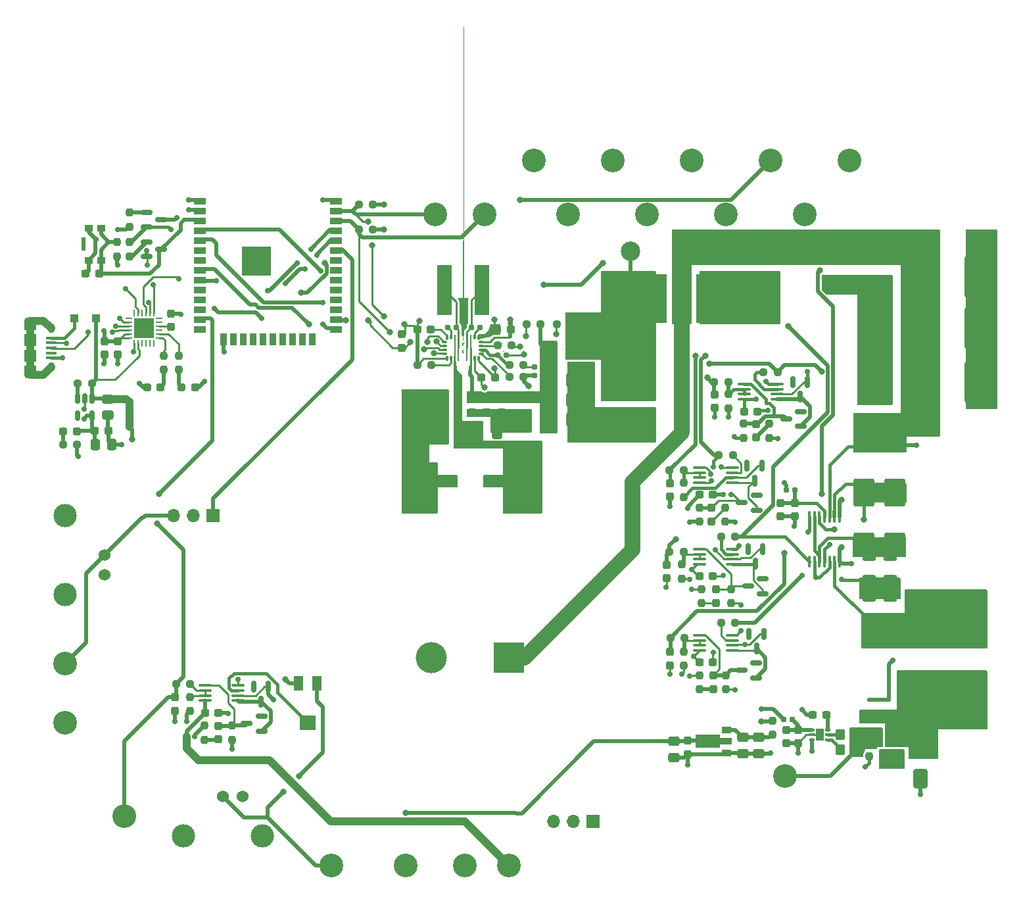
<source format=gbr>
%TF.GenerationSoftware,KiCad,Pcbnew,7.0.8*%
%TF.CreationDate,2024-01-29T15:42:29-05:00*%
%TF.ProjectId,cc_laser_supply_rev-B,63635f6c-6173-4657-925f-737570706c79,rev?*%
%TF.SameCoordinates,Original*%
%TF.FileFunction,Copper,L1,Top*%
%TF.FilePolarity,Positive*%
%FSLAX46Y46*%
G04 Gerber Fmt 4.6, Leading zero omitted, Abs format (unit mm)*
G04 Created by KiCad (PCBNEW 7.0.8) date 2024-01-29 15:42:29*
%MOMM*%
%LPD*%
G01*
G04 APERTURE LIST*
G04 Aperture macros list*
%AMRoundRect*
0 Rectangle with rounded corners*
0 $1 Rounding radius*
0 $2 $3 $4 $5 $6 $7 $8 $9 X,Y pos of 4 corners*
0 Add a 4 corners polygon primitive as box body*
4,1,4,$2,$3,$4,$5,$6,$7,$8,$9,$2,$3,0*
0 Add four circle primitives for the rounded corners*
1,1,$1+$1,$2,$3*
1,1,$1+$1,$4,$5*
1,1,$1+$1,$6,$7*
1,1,$1+$1,$8,$9*
0 Add four rect primitives between the rounded corners*
20,1,$1+$1,$2,$3,$4,$5,0*
20,1,$1+$1,$4,$5,$6,$7,0*
20,1,$1+$1,$6,$7,$8,$9,0*
20,1,$1+$1,$8,$9,$2,$3,0*%
%AMFreePoly0*
4,1,225,0.080760,1.704684,0.081581,1.704743,0.083812,1.704000,0.085000,1.704000,0.085760,1.703684,0.086581,1.703743,0.088812,1.703000,0.090000,1.703000,0.090760,1.702684,0.091581,1.702743,0.094581,1.701744,0.094863,1.701498,0.095236,1.701472,0.096919,1.700630,0.099581,1.699744,0.100459,1.698982,0.101536,1.698536,0.102962,1.697108,0.104236,1.696472,0.104774,1.695851,
0.105536,1.695536,0.106962,1.694108,0.108236,1.693472,0.108774,1.692851,0.109536,1.692536,0.117535,1.684536,0.117850,1.683775,0.118472,1.683236,0.119108,1.681963,0.120535,1.680536,0.120850,1.679775,0.121472,1.679236,0.122108,1.677963,0.123535,1.676536,0.123980,1.675460,0.124743,1.674581,0.125630,1.671920,0.126472,1.670236,0.126498,1.669862,0.126743,1.669581,
0.127743,1.666581,0.127684,1.665760,0.128000,1.665000,0.128000,1.663810,0.128743,1.661581,0.128684,1.660760,0.129000,1.660000,0.129000,1.658810,0.129743,1.656581,0.129684,1.655760,0.130000,1.655000,0.130000,1.180000,0.165000,1.180000,0.168536,1.178536,0.170000,1.175000,0.170000,-1.175000,0.168536,-1.178536,0.165000,-1.180000,0.130000,-1.180000,0.130000,-1.655000,
0.129684,-1.655760,0.129743,-1.656581,0.129000,-1.658810,0.129000,-1.660000,0.128684,-1.660760,0.128743,-1.661581,0.128000,-1.663810,0.128000,-1.665000,0.127684,-1.665760,0.127743,-1.666581,0.126743,-1.669581,0.126498,-1.669862,0.126472,-1.670236,0.125630,-1.671920,0.124743,-1.674581,0.123980,-1.675460,0.123535,-1.676536,0.122108,-1.677963,0.121472,-1.679236,0.120850,-1.679775,
0.120535,-1.680536,0.119108,-1.681963,0.118472,-1.683236,0.117850,-1.683775,0.117535,-1.684536,0.109536,-1.692536,0.108774,-1.692851,0.108236,-1.693472,0.106962,-1.694108,0.105536,-1.695536,0.104774,-1.695851,0.104236,-1.696472,0.102962,-1.697108,0.101536,-1.698536,0.100459,-1.698982,0.099581,-1.699744,0.096919,-1.700630,0.095236,-1.701472,0.094863,-1.701498,0.094581,-1.701744,
0.091581,-1.702743,0.090760,-1.702684,0.090000,-1.703000,0.088812,-1.703000,0.086581,-1.703743,0.085760,-1.703684,0.085000,-1.704000,0.083812,-1.704000,0.081581,-1.704743,0.080760,-1.704684,0.080000,-1.705000,-0.080000,-1.705000,-0.080760,-1.704684,-0.081581,-1.704743,-0.083810,-1.704000,-0.085000,-1.704000,-0.085760,-1.703684,-0.086581,-1.703743,-0.088810,-1.703000,-0.090000,-1.703000,
-0.090760,-1.702684,-0.091581,-1.702743,-0.094581,-1.701743,-0.094862,-1.701498,-0.095236,-1.701472,-0.096920,-1.700630,-0.099581,-1.699743,-0.100460,-1.698980,-0.101536,-1.698535,-0.102963,-1.697108,-0.104236,-1.696472,-0.104775,-1.695850,-0.105536,-1.695535,-0.106963,-1.694108,-0.108236,-1.693472,-0.108775,-1.692850,-0.109536,-1.692535,-0.117536,-1.684536,-0.117851,-1.683774,-0.118472,-1.683236,
-0.119108,-1.681962,-0.120536,-1.680536,-0.120851,-1.679774,-0.121472,-1.679236,-0.122108,-1.677962,-0.123536,-1.676536,-0.123982,-1.675459,-0.124744,-1.674581,-0.125630,-1.671919,-0.126472,-1.670236,-0.126498,-1.669863,-0.126744,-1.669581,-0.127743,-1.666581,-0.127684,-1.665760,-0.128000,-1.665000,-0.128000,-1.663812,-0.128743,-1.661581,-0.128684,-1.660760,-0.129000,-1.660000,-0.129000,-1.658812,
-0.129743,-1.656581,-0.129684,-1.655760,-0.130000,-1.655000,-0.130000,-1.180000,-0.165000,-1.180000,-0.168536,-1.178536,-0.170000,-1.175000,-0.170000,1.175000,-0.168536,1.178536,-0.165000,1.180000,-0.130000,1.180000,-0.130000,1.655000,-0.129684,1.655760,-0.129743,1.656581,-0.129000,1.658812,-0.129000,1.660000,-0.128684,1.660760,-0.128743,1.661581,-0.128000,1.663812,-0.128000,1.665000,
-0.127684,1.665760,-0.127743,1.666581,-0.126744,1.669581,-0.126498,1.669863,-0.126472,1.670236,-0.125630,1.671919,-0.124744,1.674581,-0.123982,1.675459,-0.123536,1.676536,-0.122108,1.677962,-0.121472,1.679236,-0.120851,1.679774,-0.120536,1.680536,-0.119108,1.681962,-0.118472,1.683236,-0.117851,1.683774,-0.117536,1.684536,-0.109536,1.692535,-0.108775,1.692850,-0.108236,1.693472,
-0.106963,1.694108,-0.105536,1.695535,-0.104775,1.695850,-0.104236,1.696472,-0.102963,1.697108,-0.101536,1.698535,-0.100460,1.698980,-0.099581,1.699743,-0.096920,1.700630,-0.095236,1.701472,-0.094862,1.701498,-0.094581,1.701743,-0.091581,1.702743,-0.090760,1.702684,-0.090000,1.703000,-0.088810,1.703000,-0.086581,1.703743,-0.085760,1.703684,-0.085000,1.704000,-0.083810,1.704000,
-0.081581,1.704743,-0.080760,1.704684,-0.080000,1.705000,0.080000,1.705000,0.080760,1.704684,0.080760,1.704684,$1*%
%AMFreePoly1*
4,1,9,3.862500,-0.866500,0.737500,-0.866500,0.737500,-0.450000,-0.737500,-0.450000,-0.737500,0.450000,0.737500,0.450000,0.737500,0.866500,3.862500,0.866500,3.862500,-0.866500,3.862500,-0.866500,$1*%
G04 Aperture macros list end*
%TA.AperFunction,SMDPad,CuDef*%
%ADD10R,2.540000X6.350000*%
%TD*%
%TA.AperFunction,SMDPad,CuDef*%
%ADD11RoundRect,0.062500X-0.350000X-0.062500X0.350000X-0.062500X0.350000X0.062500X-0.350000X0.062500X0*%
%TD*%
%TA.AperFunction,SMDPad,CuDef*%
%ADD12RoundRect,0.062500X-0.062500X-0.350000X0.062500X-0.350000X0.062500X0.350000X-0.062500X0.350000X0*%
%TD*%
%TA.AperFunction,SMDPad,CuDef*%
%ADD13R,2.600000X2.600000*%
%TD*%
%TA.AperFunction,SMDPad,CuDef*%
%ADD14RoundRect,0.100000X0.712500X0.100000X-0.712500X0.100000X-0.712500X-0.100000X0.712500X-0.100000X0*%
%TD*%
%TA.AperFunction,SMDPad,CuDef*%
%ADD15R,0.310000X0.850000*%
%TD*%
%TA.AperFunction,SMDPad,CuDef*%
%ADD16R,2.950000X0.654000*%
%TD*%
%TA.AperFunction,SMDPad,CuDef*%
%ADD17R,2.200000X0.850000*%
%TD*%
%TA.AperFunction,SMDPad,CuDef*%
%ADD18RoundRect,0.012500X-0.287500X-0.112500X0.287500X-0.112500X0.287500X0.112500X-0.287500X0.112500X0*%
%TD*%
%TA.AperFunction,SMDPad,CuDef*%
%ADD19RoundRect,0.032500X-0.092500X-0.292500X0.092500X-0.292500X0.092500X0.292500X-0.092500X0.292500X0*%
%TD*%
%TA.AperFunction,SMDPad,CuDef*%
%ADD20RoundRect,0.030000X-0.095000X-0.270000X0.095000X-0.270000X0.095000X0.270000X-0.095000X0.270000X0*%
%TD*%
%TA.AperFunction,SMDPad,CuDef*%
%ADD21RoundRect,0.125000X0.000000X-1.575000X0.000000X-1.575000X0.000000X1.575000X0.000000X1.575000X0*%
%TD*%
%TA.AperFunction,SMDPad,CuDef*%
%ADD22FreePoly0,0.000000*%
%TD*%
%TA.AperFunction,SMDPad,CuDef*%
%ADD23RoundRect,0.100000X-0.100000X0.637500X-0.100000X-0.637500X0.100000X-0.637500X0.100000X0.637500X0*%
%TD*%
%TA.AperFunction,ComponentPad*%
%ADD24C,3.048000*%
%TD*%
%TA.AperFunction,SMDPad,CuDef*%
%ADD25RoundRect,0.237500X0.237500X-0.300000X0.237500X0.300000X-0.237500X0.300000X-0.237500X-0.300000X0*%
%TD*%
%TA.AperFunction,SMDPad,CuDef*%
%ADD26R,3.810000X1.498600*%
%TD*%
%TA.AperFunction,SMDPad,CuDef*%
%ADD27RoundRect,0.237500X-0.237500X0.250000X-0.237500X-0.250000X0.237500X-0.250000X0.237500X0.250000X0*%
%TD*%
%TA.AperFunction,SMDPad,CuDef*%
%ADD28RoundRect,0.150000X0.587500X0.150000X-0.587500X0.150000X-0.587500X-0.150000X0.587500X-0.150000X0*%
%TD*%
%TA.AperFunction,SMDPad,CuDef*%
%ADD29RoundRect,0.237500X-0.300000X-0.237500X0.300000X-0.237500X0.300000X0.237500X-0.300000X0.237500X0*%
%TD*%
%TA.AperFunction,SMDPad,CuDef*%
%ADD30RoundRect,0.237500X-0.237500X0.300000X-0.237500X-0.300000X0.237500X-0.300000X0.237500X0.300000X0*%
%TD*%
%TA.AperFunction,SMDPad,CuDef*%
%ADD31RoundRect,0.249999X-1.075001X0.450001X-1.075001X-0.450001X1.075001X-0.450001X1.075001X0.450001X0*%
%TD*%
%TA.AperFunction,SMDPad,CuDef*%
%ADD32RoundRect,0.237500X0.300000X0.237500X-0.300000X0.237500X-0.300000X-0.237500X0.300000X-0.237500X0*%
%TD*%
%TA.AperFunction,SMDPad,CuDef*%
%ADD33RoundRect,0.250000X-0.650000X1.000000X-0.650000X-1.000000X0.650000X-1.000000X0.650000X1.000000X0*%
%TD*%
%TA.AperFunction,SMDPad,CuDef*%
%ADD34RoundRect,0.237500X-0.250000X-0.237500X0.250000X-0.237500X0.250000X0.237500X-0.250000X0.237500X0*%
%TD*%
%TA.AperFunction,SMDPad,CuDef*%
%ADD35RoundRect,0.237500X0.250000X0.237500X-0.250000X0.237500X-0.250000X-0.237500X0.250000X-0.237500X0*%
%TD*%
%TA.AperFunction,SMDPad,CuDef*%
%ADD36RoundRect,0.237500X-0.287500X-0.237500X0.287500X-0.237500X0.287500X0.237500X-0.287500X0.237500X0*%
%TD*%
%TA.AperFunction,SMDPad,CuDef*%
%ADD37RoundRect,0.250000X-0.625000X0.400000X-0.625000X-0.400000X0.625000X-0.400000X0.625000X0.400000X0*%
%TD*%
%TA.AperFunction,SMDPad,CuDef*%
%ADD38RoundRect,0.125000X-0.125000X0.125000X-0.125000X-0.125000X0.125000X-0.125000X0.125000X0.125000X0*%
%TD*%
%TA.AperFunction,SMDPad,CuDef*%
%ADD39RoundRect,0.237500X0.237500X-0.250000X0.237500X0.250000X-0.237500X0.250000X-0.237500X-0.250000X0*%
%TD*%
%TA.AperFunction,SMDPad,CuDef*%
%ADD40RoundRect,0.250000X-0.475000X0.337500X-0.475000X-0.337500X0.475000X-0.337500X0.475000X0.337500X0*%
%TD*%
%TA.AperFunction,SMDPad,CuDef*%
%ADD41R,0.690000X0.320000*%
%TD*%
%TA.AperFunction,SMDPad,CuDef*%
%ADD42R,1.000000X1.600000*%
%TD*%
%TA.AperFunction,ComponentPad*%
%ADD43R,4.000000X4.000000*%
%TD*%
%TA.AperFunction,ComponentPad*%
%ADD44C,4.000000*%
%TD*%
%TA.AperFunction,SMDPad,CuDef*%
%ADD45R,1.000000X0.900000*%
%TD*%
%TA.AperFunction,SMDPad,CuDef*%
%ADD46R,0.550000X1.700000*%
%TD*%
%TA.AperFunction,SMDPad,CuDef*%
%ADD47RoundRect,0.250000X-0.412500X-0.650000X0.412500X-0.650000X0.412500X0.650000X-0.412500X0.650000X0*%
%TD*%
%TA.AperFunction,SMDPad,CuDef*%
%ADD48RoundRect,0.150000X-0.150000X0.512500X-0.150000X-0.512500X0.150000X-0.512500X0.150000X0.512500X0*%
%TD*%
%TA.AperFunction,WasherPad*%
%ADD49C,3.000000*%
%TD*%
%TA.AperFunction,ComponentPad*%
%ADD50C,1.524000*%
%TD*%
%TA.AperFunction,SMDPad,CuDef*%
%ADD51RoundRect,0.250000X-0.650000X-2.450000X0.650000X-2.450000X0.650000X2.450000X-0.650000X2.450000X0*%
%TD*%
%TA.AperFunction,SMDPad,CuDef*%
%ADD52RoundRect,0.155000X-0.212500X-0.155000X0.212500X-0.155000X0.212500X0.155000X-0.212500X0.155000X0*%
%TD*%
%TA.AperFunction,SMDPad,CuDef*%
%ADD53RoundRect,0.150000X-0.150000X0.587500X-0.150000X-0.587500X0.150000X-0.587500X0.150000X0.587500X0*%
%TD*%
%TA.AperFunction,SMDPad,CuDef*%
%ADD54R,1.300000X1.900000*%
%TD*%
%TA.AperFunction,SMDPad,CuDef*%
%ADD55R,2.000000X1.900000*%
%TD*%
%TA.AperFunction,SMDPad,CuDef*%
%ADD56RoundRect,0.250000X0.300000X0.300000X-0.300000X0.300000X-0.300000X-0.300000X0.300000X-0.300000X0*%
%TD*%
%TA.AperFunction,SMDPad,CuDef*%
%ADD57RoundRect,0.250000X0.650000X2.450000X-0.650000X2.450000X-0.650000X-2.450000X0.650000X-2.450000X0*%
%TD*%
%TA.AperFunction,SMDPad,CuDef*%
%ADD58RoundRect,0.250000X-0.350000X-0.450000X0.350000X-0.450000X0.350000X0.450000X-0.350000X0.450000X0*%
%TD*%
%TA.AperFunction,SMDPad,CuDef*%
%ADD59R,1.920000X6.500000*%
%TD*%
%TA.AperFunction,SMDPad,CuDef*%
%ADD60C,2.500000*%
%TD*%
%TA.AperFunction,SMDPad,CuDef*%
%ADD61RoundRect,0.150000X-0.587500X-0.150000X0.587500X-0.150000X0.587500X0.150000X-0.587500X0.150000X0*%
%TD*%
%TA.AperFunction,SMDPad,CuDef*%
%ADD62RoundRect,0.155000X0.212500X0.155000X-0.212500X0.155000X-0.212500X-0.155000X0.212500X-0.155000X0*%
%TD*%
%TA.AperFunction,SMDPad,CuDef*%
%ADD63R,1.300000X0.900000*%
%TD*%
%TA.AperFunction,SMDPad,CuDef*%
%ADD64FreePoly1,180.000000*%
%TD*%
%TA.AperFunction,SMDPad,CuDef*%
%ADD65R,1.350000X0.400000*%
%TD*%
%TA.AperFunction,ComponentPad*%
%ADD66O,1.550000X0.890000*%
%TD*%
%TA.AperFunction,SMDPad,CuDef*%
%ADD67R,1.550000X1.200000*%
%TD*%
%TA.AperFunction,ComponentPad*%
%ADD68O,0.950000X1.250000*%
%TD*%
%TA.AperFunction,SMDPad,CuDef*%
%ADD69R,1.550000X1.500000*%
%TD*%
%TA.AperFunction,ComponentPad*%
%ADD70R,1.700000X1.700000*%
%TD*%
%TA.AperFunction,ComponentPad*%
%ADD71O,1.700000X1.700000*%
%TD*%
%TA.AperFunction,SMDPad,CuDef*%
%ADD72RoundRect,0.250000X-0.337500X-0.475000X0.337500X-0.475000X0.337500X0.475000X-0.337500X0.475000X0*%
%TD*%
%TA.AperFunction,SMDPad,CuDef*%
%ADD73RoundRect,0.237500X0.287500X0.237500X-0.287500X0.237500X-0.287500X-0.237500X0.287500X-0.237500X0*%
%TD*%
%TA.AperFunction,SMDPad,CuDef*%
%ADD74RoundRect,0.250000X-0.550000X1.500000X-0.550000X-1.500000X0.550000X-1.500000X0.550000X1.500000X0*%
%TD*%
%TA.AperFunction,SMDPad,CuDef*%
%ADD75R,1.500000X0.900000*%
%TD*%
%TA.AperFunction,SMDPad,CuDef*%
%ADD76R,0.900000X1.500000*%
%TD*%
%TA.AperFunction,SMDPad,CuDef*%
%ADD77R,0.900000X0.900000*%
%TD*%
%TA.AperFunction,SMDPad,CuDef*%
%ADD78R,3.800000X3.800000*%
%TD*%
%TA.AperFunction,HeatsinkPad*%
%ADD79C,0.600000*%
%TD*%
%TA.AperFunction,SMDPad,CuDef*%
%ADD80RoundRect,0.250000X-0.400000X-0.625000X0.400000X-0.625000X0.400000X0.625000X-0.400000X0.625000X0*%
%TD*%
%TA.AperFunction,SMDPad,CuDef*%
%ADD81RoundRect,0.155000X-0.155000X0.212500X-0.155000X-0.212500X0.155000X-0.212500X0.155000X0.212500X0*%
%TD*%
%TA.AperFunction,ViaPad*%
%ADD82C,0.700000*%
%TD*%
%TA.AperFunction,ViaPad*%
%ADD83C,0.800000*%
%TD*%
%TA.AperFunction,Conductor*%
%ADD84C,0.254000*%
%TD*%
%TA.AperFunction,Conductor*%
%ADD85C,0.508000*%
%TD*%
%TA.AperFunction,Conductor*%
%ADD86C,0.381000*%
%TD*%
%TA.AperFunction,Conductor*%
%ADD87C,2.032000*%
%TD*%
%TA.AperFunction,Conductor*%
%ADD88C,1.016000*%
%TD*%
G04 APERTURE END LIST*
D10*
%TO.P,JP3,1,A*%
%TO.N,/Buck Boost Supply/tps_out*%
X159385000Y-71120000D03*
%TO.P,JP3,2,C*%
%TO.N,VCAP*%
X162560000Y-71120000D03*
%TO.P,JP3,3,B*%
%TO.N,VCAP_EXT*%
X165735000Y-71120000D03*
%TD*%
D11*
%TO.P,U3,1,~{RI}*%
%TO.N,unconnected-(U3-~{RI}-Pad1)*%
X91407500Y-73680000D03*
%TO.P,U3,2,GND*%
%TO.N,GND*%
X91407500Y-74180000D03*
%TO.P,U3,3,D+*%
%TO.N,/ESP32/d+*%
X91407500Y-74680000D03*
%TO.P,U3,4,D-*%
%TO.N,/ESP32/d-*%
X91407500Y-75180000D03*
%TO.P,U3,5,VIO*%
%TO.N,+3V3*%
X91407500Y-75680000D03*
%TO.P,U3,6,VDD*%
X91407500Y-76180000D03*
D12*
%TO.P,U3,7,REGIN*%
X92095000Y-76867500D03*
%TO.P,U3,8,VBUS*%
%TO.N,VBUS*%
X92595000Y-76867500D03*
%TO.P,U3,9,~{RST}*%
%TO.N,unconnected-(U3-~{RST}-Pad9)*%
X93095000Y-76867500D03*
%TO.P,U3,10,NC*%
%TO.N,unconnected-(U3-NC-Pad10)*%
X93595000Y-76867500D03*
%TO.P,U3,11,GPIO.3*%
%TO.N,unconnected-(U3-GPIO.3-Pad11)*%
X94095000Y-76867500D03*
%TO.P,U3,12,RS485/GPIO.2*%
%TO.N,unconnected-(U3-RS485{slash}GPIO.2-Pad12)*%
X94595000Y-76867500D03*
D11*
%TO.P,U3,13,RXT/GPIO.1*%
%TO.N,Net-(U3-RXT{slash}GPIO.1)*%
X95282500Y-76180000D03*
%TO.P,U3,14,TXT/GPIO.0*%
%TO.N,Net-(U3-TXT{slash}GPIO.0)*%
X95282500Y-75680000D03*
%TO.P,U3,15,~{SUSPEND}*%
%TO.N,unconnected-(U3-~{SUSPEND}-Pad15)*%
X95282500Y-75180000D03*
%TO.P,U3,16,VPP*%
%TO.N,Net-(U3-VPP)*%
X95282500Y-74680000D03*
%TO.P,U3,17,SUSPEND*%
%TO.N,unconnected-(U3-SUSPEND-Pad17)*%
X95282500Y-74180000D03*
%TO.P,U3,18,~{CTS}*%
%TO.N,unconnected-(U3-~{CTS}-Pad18)*%
X95282500Y-73680000D03*
D12*
%TO.P,U3,19,~{RTS}*%
%TO.N,/ESP32/RTS*%
X94595000Y-72992500D03*
%TO.P,U3,20,RXD*%
%TO.N,/ESP32/TXD0*%
X94095000Y-72992500D03*
%TO.P,U3,21,TXD*%
%TO.N,/ESP32/RXD0*%
X93595000Y-72992500D03*
%TO.P,U3,22,~{DSR}*%
%TO.N,unconnected-(U3-~{DSR}-Pad22)*%
X93095000Y-72992500D03*
%TO.P,U3,23,~{DTR}*%
%TO.N,/ESP32/DTR*%
X92595000Y-72992500D03*
%TO.P,U3,24,~{DCD}*%
%TO.N,unconnected-(U3-~{DCD}-Pad24)*%
X92095000Y-72992500D03*
D13*
%TO.P,U3,25,GND*%
%TO.N,GND*%
X93345000Y-74930000D03*
%TD*%
D14*
%TO.P,U8,1*%
%TO.N,Net-(D11-A)*%
X105440250Y-122895000D03*
%TO.P,U8,2,-*%
%TO.N,Net-(D9-A)*%
X105440250Y-122245000D03*
%TO.P,U8,3,+*%
%TO.N,Net-(U8A-+)*%
X105440250Y-121595000D03*
%TO.P,U8,4,V-*%
%TO.N,GND*%
X105440250Y-120945000D03*
%TO.P,U8,5,+*%
%TO.N,Net-(D11-K)*%
X101215250Y-120945000D03*
%TO.P,U8,6,-*%
%TO.N,Net-(U8B--)*%
X101215250Y-121595000D03*
%TO.P,U8,7*%
X101215250Y-122245000D03*
%TO.P,U8,8,V+*%
%TO.N,+5V*%
X101215250Y-122895000D03*
%TD*%
D15*
%TO.P,Q3,1,G*%
%TO.N,/GaN FET and Current Sensing/vgate*%
X188164000Y-128360000D03*
D16*
%TO.P,Q3,2,S*%
%TO.N,GND*%
X189484000Y-129555000D03*
D17*
%TO.P,Q3,3,D*%
%TO.N,Net-(D5-A)*%
X189859000Y-128360000D03*
%TD*%
D14*
%TO.P,U11,1*%
%TO.N,Net-(D16-K)*%
X169117500Y-116418000D03*
%TO.P,U11,2,-*%
%TO.N,Net-(D16-A)*%
X169117500Y-115768000D03*
%TO.P,U11,3,+*%
%TO.N,Net-(U11A-+)*%
X169117500Y-115118000D03*
%TO.P,U11,4,V-*%
%TO.N,GND*%
X169117500Y-114468000D03*
%TO.P,U11,5,+*%
%TO.N,Net-(D17-K)*%
X164892500Y-114468000D03*
%TO.P,U11,6,-*%
%TO.N,Net-(U11B--)*%
X164892500Y-115118000D03*
%TO.P,U11,7*%
X164892500Y-115768000D03*
%TO.P,U11,8,V+*%
%TO.N,+5V*%
X164892500Y-116418000D03*
%TD*%
%TO.P,U10,1*%
%TO.N,Net-(D14-K)*%
X169117500Y-105320500D03*
%TO.P,U10,2,-*%
%TO.N,Net-(D14-A)*%
X169117500Y-104670500D03*
%TO.P,U10,3,+*%
%TO.N,Net-(U10A-+)*%
X169117500Y-104020500D03*
%TO.P,U10,4,V-*%
%TO.N,GND*%
X169117500Y-103370500D03*
%TO.P,U10,5,+*%
%TO.N,Net-(D15-K)*%
X164892500Y-103370500D03*
%TO.P,U10,6,-*%
%TO.N,Net-(U10B--)*%
X164892500Y-104020500D03*
%TO.P,U10,7*%
X164892500Y-104670500D03*
%TO.P,U10,8,V+*%
%TO.N,+5V*%
X164892500Y-105320500D03*
%TD*%
%TO.P,U9,1*%
%TO.N,Net-(D12-K)*%
X169117500Y-94828000D03*
%TO.P,U9,2,-*%
%TO.N,Net-(D12-A)*%
X169117500Y-94178000D03*
%TO.P,U9,3,+*%
%TO.N,Net-(U9A-+)*%
X169117500Y-93528000D03*
%TO.P,U9,4,V-*%
%TO.N,GND*%
X169117500Y-92878000D03*
%TO.P,U9,5,+*%
%TO.N,Net-(D13-K)*%
X164892500Y-92878000D03*
%TO.P,U9,6,-*%
%TO.N,Net-(U9B--)*%
X164892500Y-93528000D03*
%TO.P,U9,7*%
X164892500Y-94178000D03*
%TO.P,U9,8,V+*%
%TO.N,+5V*%
X164892500Y-94828000D03*
%TD*%
%TO.P,U7,1*%
%TO.N,Net-(D10-A)*%
X174879000Y-84089000D03*
%TO.P,U7,2,-*%
%TO.N,Net-(D8-A)*%
X174879000Y-83439000D03*
%TO.P,U7,3,+*%
%TO.N,Net-(U7A-+)*%
X174879000Y-82789000D03*
%TO.P,U7,4,V-*%
%TO.N,GND*%
X174879000Y-82139000D03*
%TO.P,U7,5,+*%
%TO.N,Net-(D10-K)*%
X170654000Y-82139000D03*
%TO.P,U7,6,-*%
%TO.N,Net-(U7B--)*%
X170654000Y-82789000D03*
%TO.P,U7,7*%
X170654000Y-83439000D03*
%TO.P,U7,8,V+*%
%TO.N,+5V*%
X170654000Y-84089000D03*
%TD*%
D18*
%TO.P,U12,1,EN/UVLO*%
%TO.N,EN{slash}UVLO*%
X131990000Y-76720000D03*
%TO.P,U12,2,MODE*%
%TO.N,/Buck Boost Supply/Vcc*%
X131990000Y-77220000D03*
%TO.P,U12,3,PG*%
%TO.N,SCL*%
X131990000Y-77720000D03*
%TO.P,U12,4,~{CC}*%
%TO.N,SDA*%
X131990000Y-78220000D03*
D19*
%TO.P,U12,5,DITH/SYNC*%
%TO.N,GND*%
X132350000Y-78845000D03*
D20*
%TO.P,U12,6,FSW*%
%TO.N,Net-(U12-FSW)*%
X132850000Y-78870000D03*
D21*
%TO.P,U12,7,VIN*%
%TO.N,+5V*%
X133350000Y-77470000D03*
%TO.P,U12,8,SW1*%
%TO.N,/Buck Boost Supply/SW1*%
X133850000Y-77470000D03*
D22*
%TO.P,U12,9,PGND*%
%TO.N,GND*%
X134390000Y-77470000D03*
D21*
%TO.P,U12,10,SW2*%
%TO.N,/Buck Boost Supply/SW2*%
X134930000Y-77470000D03*
%TO.P,U12,11,VOUT*%
%TO.N,/Buck Boost Supply/Vout*%
X135430000Y-77470000D03*
D20*
%TO.P,U12,12,ISP*%
%TO.N,/Buck Boost Supply/ISP*%
X135930000Y-78870000D03*
D19*
%TO.P,U12,13,ISN*%
%TO.N,/Buck Boost Supply/ISN*%
X136430000Y-78845000D03*
D18*
%TO.P,U12,14,FB*%
%TO.N,Net-(U12-FB)*%
X136790000Y-78220000D03*
%TO.P,U12,15,COMP*%
%TO.N,/Buck Boost Supply/COMP*%
X136790000Y-77720000D03*
%TO.P,U12,16,CDC*%
%TO.N,Net-(U12-CDC)*%
X136790000Y-77220000D03*
%TO.P,U12,17,AGND*%
%TO.N,GND*%
X136790000Y-76720000D03*
D19*
%TO.P,U12,18,VCC*%
%TO.N,/Buck Boost Supply/Vcc*%
X136430000Y-76095000D03*
D20*
%TO.P,U12,19,BOOT2*%
%TO.N,/Buck Boost Supply/BOOT2*%
X135930000Y-76070000D03*
%TO.P,U12,20,BOOT1*%
%TO.N,/Buck Boost Supply/BOOT1*%
X132850000Y-76070000D03*
D19*
%TO.P,U12,21,EXTVCC*%
%TO.N,Net-(U12-EXTVCC)*%
X132350000Y-76095000D03*
%TD*%
D23*
%TO.P,U4,1*%
%TO.N,SENSE_1A*%
X182925000Y-99245500D03*
%TO.P,U4,2,-*%
%TO.N,Net-(U4A--)*%
X182275000Y-99245500D03*
%TO.P,U4,3,+*%
%TO.N,VCAP*%
X181625000Y-99245500D03*
%TO.P,U4,4,VCC*%
%TO.N,Net-(U4A-VCC)*%
X180975000Y-99245500D03*
%TO.P,U4,5,+*%
%TO.N,Net-(U4A--)*%
X180325000Y-99245500D03*
%TO.P,U4,6,-*%
%TO.N,Net-(U4B--)*%
X179675000Y-99245500D03*
%TO.P,U4,7*%
%TO.N,SENSE_5A*%
X179025000Y-99245500D03*
%TO.P,U4,8*%
%TO.N,SENSE_10A*%
X179025000Y-104970500D03*
%TO.P,U4,9,-*%
%TO.N,Net-(U4C--)*%
X179675000Y-104970500D03*
%TO.P,U4,10,+*%
%TO.N,Net-(U4B--)*%
X180325000Y-104970500D03*
%TO.P,U4,11,GND*%
%TO.N,GND*%
X180975000Y-104970500D03*
%TO.P,U4,12,+*%
%TO.N,Net-(U4C--)*%
X181625000Y-104970500D03*
%TO.P,U4,13,-*%
%TO.N,/GaN FET and Current Sensing/sense_out*%
X182275000Y-104970500D03*
%TO.P,U4,14*%
%TO.N,SENSE_20A*%
X182925000Y-104970500D03*
%TD*%
D24*
%TO.P,TP15,1,1*%
%TO.N,VIN*%
X127000000Y-144145000D03*
%TD*%
D25*
%TO.P,C14,1*%
%TO.N,GND*%
X177165000Y-99160500D03*
%TO.P,C14,2*%
%TO.N,Net-(U4A-VCC)*%
X177165000Y-97435500D03*
%TD*%
D26*
%TO.P,C45,1*%
%TO.N,+5V*%
X138964500Y-94627000D03*
%TO.P,C45,2*%
%TO.N,GND*%
X131750900Y-94627000D03*
%TD*%
D27*
%TO.P,R35,1*%
%TO.N,Net-(C31-Pad2)*%
X168148000Y-98020500D03*
%TO.P,R35,2*%
%TO.N,GND*%
X168148000Y-99845500D03*
%TD*%
D28*
%TO.P,D15,1,A*%
%TO.N,Net-(D14-K)*%
X173022500Y-109105500D03*
%TO.P,D15,2,NC*%
%TO.N,unconnected-(D15-NC-Pad2)*%
X173022500Y-107205500D03*
%TO.P,D15,3,K*%
%TO.N,Net-(D15-K)*%
X171147500Y-108155500D03*
%TD*%
D29*
%TO.P,C32,1*%
%TO.N,+5V*%
X164872500Y-106885500D03*
%TO.P,C32,2*%
%TO.N,GND*%
X166597500Y-106885500D03*
%TD*%
D30*
%TO.P,C36,1*%
%TO.N,ADC_20A*%
X161036000Y-116612500D03*
%TO.P,C36,2*%
%TO.N,GND*%
X161036000Y-118337500D03*
%TD*%
D31*
%TO.P,R15,1*%
%TO.N,Net-(U4A--)*%
X190030000Y-97168000D03*
%TO.P,R15,2*%
%TO.N,Net-(U4B--)*%
X190030000Y-101968000D03*
%TD*%
D30*
%TO.P,C31,1*%
%TO.N,Net-(D13-K)*%
X166370000Y-98070500D03*
%TO.P,C31,2*%
%TO.N,Net-(C31-Pad2)*%
X166370000Y-99795500D03*
%TD*%
%TO.P,C34,1*%
%TO.N,Net-(D15-K)*%
X167005000Y-108563000D03*
%TO.P,C34,2*%
%TO.N,Net-(C34-Pad2)*%
X167005000Y-110288000D03*
%TD*%
D32*
%TO.P,C42,1*%
%TO.N,+5V*%
X133821000Y-87134000D03*
%TO.P,C42,2*%
%TO.N,GND*%
X132096000Y-87134000D03*
%TD*%
D33*
%TO.P,D7,1,K*%
%TO.N,Net-(D5-A)*%
X193294000Y-128937000D03*
%TO.P,D7,2,A*%
%TO.N,GND*%
X193294000Y-132937000D03*
%TD*%
D34*
%TO.P,R6,1*%
%TO.N,SCL*%
X121007500Y-62230000D03*
%TO.P,R6,2*%
%TO.N,+3V3*%
X122832500Y-62230000D03*
%TD*%
D24*
%TO.P,TP9,1,1*%
%TO.N,/GaN FET and Current Sensing/sig_ext*%
X83185000Y-118110000D03*
%TD*%
%TO.P,TP21,1,1*%
%TO.N,ADC_20A*%
X173990000Y-53340000D03*
%TD*%
D25*
%TO.P,C15,1*%
%TO.N,GND*%
X175260000Y-99160500D03*
%TO.P,C15,2*%
%TO.N,Net-(U4A-VCC)*%
X175260000Y-97435500D03*
%TD*%
D29*
%TO.P,C23,1*%
%TO.N,+5V*%
X170634000Y-85654000D03*
%TO.P,C23,2*%
%TO.N,GND*%
X172359000Y-85654000D03*
%TD*%
D34*
%TO.P,R33,1*%
%TO.N,SENSE_5A*%
X167362500Y-91313000D03*
%TO.P,R33,2*%
%TO.N,Net-(U9A-+)*%
X169187500Y-91313000D03*
%TD*%
D35*
%TO.P,R42,1*%
%TO.N,Net-(U11B--)*%
X162964500Y-114808000D03*
%TO.P,R42,2*%
%TO.N,ADC_20A*%
X161139500Y-114808000D03*
%TD*%
D29*
%TO.P,C2,1*%
%TO.N,+3V3*%
X87021500Y-88138000D03*
%TO.P,C2,2*%
%TO.N,GND*%
X88746500Y-88138000D03*
%TD*%
D36*
%TO.P,D3,1,K*%
%TO.N,Net-(D3-K)*%
X98185000Y-82550000D03*
%TO.P,D3,2,A*%
%TO.N,+3V3*%
X99935000Y-82550000D03*
%TD*%
D34*
%TO.P,R51,1*%
%TO.N,/Buck Boost Supply/ISN*%
X146511000Y-74422000D03*
%TO.P,R51,2*%
%TO.N,/Buck Boost Supply/tps_out*%
X148336000Y-74422000D03*
%TD*%
D37*
%TO.P,R18,1*%
%TO.N,Net-(U4B--)*%
X186690000Y-104241000D03*
%TO.P,R18,2*%
%TO.N,Net-(U4C--)*%
X186690000Y-107341000D03*
%TD*%
D38*
%TO.P,D6,1,K*%
%TO.N,VCAP*%
X186690000Y-122768000D03*
%TO.P,D6,2,A*%
%TO.N,Net-(D5-A)*%
X186690000Y-124968000D03*
%TD*%
D35*
%TO.P,R32,1*%
%TO.N,Net-(U9B--)*%
X162837500Y-93218000D03*
%TO.P,R32,2*%
%TO.N,ADC_5A*%
X161012500Y-93218000D03*
%TD*%
D39*
%TO.P,R41,1*%
%TO.N,Net-(D16-A)*%
X162814000Y-118387500D03*
%TO.P,R41,2*%
%TO.N,Net-(U11B--)*%
X162814000Y-116562500D03*
%TD*%
D37*
%TO.P,R19,1*%
%TO.N,Net-(U4C--)*%
X189460000Y-109448000D03*
%TO.P,R19,2*%
%TO.N,/GaN FET and Current Sensing/sense_out*%
X189460000Y-112548000D03*
%TD*%
D39*
%TO.P,R1,1*%
%TO.N,/ESP32/RTS*%
X91440000Y-61872500D03*
%TO.P,R1,2*%
%TO.N,Net-(Q1-Pad1)*%
X91440000Y-60047500D03*
%TD*%
D24*
%TO.P,TP22,1,1*%
%TO.N,Net-(J3-In)*%
X117475000Y-144145000D03*
%TD*%
D39*
%TO.P,R36,1*%
%TO.N,Net-(D14-A)*%
X162560000Y-107163000D03*
%TO.P,R36,2*%
%TO.N,Net-(U10B--)*%
X162560000Y-105338000D03*
%TD*%
D40*
%TO.P,C19,1*%
%TO.N,VIN*%
X161544000Y-128121500D03*
%TO.P,C19,2*%
%TO.N,GND*%
X161544000Y-130196500D03*
%TD*%
D24*
%TO.P,TP17,1,1*%
%TO.N,ADC_1A*%
X143510000Y-53340000D03*
%TD*%
D41*
%TO.P,U5,1,VDD*%
%TO.N,Net-(U5-VDD)*%
X179320000Y-126625500D03*
%TO.P,U5,2,IN-*%
%TO.N,GND*%
X179320000Y-127275500D03*
%TO.P,U5,3,IN+*%
%TO.N,/GaN FET and Current Sensing/in+*%
X179320000Y-127925500D03*
%TO.P,U5,4,OUTL*%
%TO.N,/GaN FET and Current Sensing/OUTL*%
X181360000Y-127925500D03*
%TO.P,U5,5,OUTH*%
%TO.N,/GaN FET and Current Sensing/OUTH*%
X181360000Y-127275500D03*
%TO.P,U5,6,VREF*%
%TO.N,/GaN FET and Current Sensing/vref*%
X181360000Y-126625500D03*
D42*
%TO.P,U5,7,GND_PAD*%
%TO.N,GND*%
X180340000Y-127275500D03*
%TD*%
D35*
%TO.P,R4,1*%
%TO.N,GND*%
X84732500Y-89916000D03*
%TO.P,R4,2*%
%TO.N,Net-(D1-K)*%
X82907500Y-89916000D03*
%TD*%
D30*
%TO.P,C16,1*%
%TO.N,Net-(U5-VDD)*%
X176022000Y-126640500D03*
%TO.P,C16,2*%
%TO.N,GND*%
X176022000Y-128365500D03*
%TD*%
%TO.P,C53,1*%
%TO.N,/Buck Boost Supply/Vout*%
X135546000Y-84086000D03*
%TO.P,C53,2*%
%TO.N,GND*%
X135546000Y-85811000D03*
%TD*%
D24*
%TO.P,TP16,1,1*%
%TO.N,GND*%
X134620000Y-144145000D03*
%TD*%
D27*
%TO.P,R29,1*%
%TO.N,Net-(C27-Pad2)*%
X173875500Y-87225500D03*
%TO.P,R29,2*%
%TO.N,GND*%
X173875500Y-89050500D03*
%TD*%
D37*
%TO.P,R20,1*%
%TO.N,Net-(U4C--)*%
X186690000Y-109448000D03*
%TO.P,R20,2*%
%TO.N,/GaN FET and Current Sensing/sense_out*%
X186690000Y-112548000D03*
%TD*%
D43*
%TO.P,C13,1*%
%TO.N,VCAP*%
X140320499Y-117348000D03*
D44*
%TO.P,C13,2*%
%TO.N,GND*%
X130320499Y-117348000D03*
%TD*%
D45*
%TO.P,SW1,1,1*%
%TO.N,GND*%
X86195000Y-62085000D03*
X86195000Y-66185000D03*
%TO.P,SW1,2,2*%
%TO.N,/ESP32/RESET*%
X87795000Y-62085000D03*
X87795000Y-66185000D03*
D46*
%TO.P,SW1,SH*%
%TO.N,N/C*%
X85570000Y-64135000D03*
%TD*%
D47*
%TO.P,C56,1*%
%TO.N,/Buck Boost Supply/Vout*%
X145249500Y-81620126D03*
%TO.P,C56,2*%
%TO.N,GND*%
X148374500Y-81620126D03*
%TD*%
D24*
%TO.P,TP18,1,1*%
%TO.N,OPT_IN_ADC*%
X90805000Y-137795000D03*
%TD*%
D48*
%TO.P,U1,1,VIN*%
%TO.N,VBUS*%
X86675000Y-83952500D03*
%TO.P,U1,2,GND*%
%TO.N,GND*%
X85725000Y-83952500D03*
%TO.P,U1,3,EN*%
%TO.N,Net-(U1-EN)*%
X84775000Y-83952500D03*
%TO.P,U1,4,NC*%
%TO.N,unconnected-(U1-NC-Pad4)*%
X84775000Y-86227500D03*
%TO.P,U1,5,VOUT*%
%TO.N,+3V3*%
X86675000Y-86227500D03*
%TD*%
D34*
%TO.P,R7,1*%
%TO.N,SDA*%
X121007500Y-59055000D03*
%TO.P,R7,2*%
%TO.N,+3V3*%
X122832500Y-59055000D03*
%TD*%
D49*
%TO.P,J3,*%
%TO.N,*%
X98425000Y-140335000D03*
X108585000Y-140335000D03*
D50*
%TO.P,J3,1,In*%
%TO.N,Net-(J3-In)*%
X103505000Y-135255000D03*
%TO.P,J3,2,Ext*%
%TO.N,GND*%
X106045000Y-135255000D03*
%TD*%
D51*
%TO.P,C11,1*%
%TO.N,VCAP*%
X194808000Y-68326000D03*
%TO.P,C11,2*%
%TO.N,GND*%
X199908000Y-68326000D03*
%TD*%
D52*
%TO.P,FB1,1*%
%TO.N,+3V3*%
X176030000Y-95758000D03*
%TO.P,FB1,2*%
%TO.N,Net-(U4A-VCC)*%
X177165000Y-95758000D03*
%TD*%
D53*
%TO.P,D16,1,A*%
%TO.N,Net-(D16-A)*%
X173162000Y-114330000D03*
%TO.P,D16,2,NC*%
%TO.N,unconnected-(D16-NC-Pad2)*%
X171262000Y-114330000D03*
%TO.P,D16,3,K*%
%TO.N,Net-(D16-K)*%
X172212000Y-116205000D03*
%TD*%
D40*
%TO.P,C21,1*%
%TO.N,/GaN FET and Current Sensing/vout_5v*%
X170434000Y-127635000D03*
%TO.P,C21,2*%
%TO.N,GND*%
X170434000Y-129710000D03*
%TD*%
D47*
%TO.P,C54,1*%
%TO.N,/Buck Boost Supply/Vout*%
X145249500Y-86700126D03*
%TO.P,C54,2*%
%TO.N,GND*%
X148374500Y-86700126D03*
%TD*%
D54*
%TO.P,RV1,1,1*%
%TO.N,Net-(J3-In)*%
X115570000Y-120650000D03*
D55*
%TO.P,RV1,2,2*%
%TO.N,Net-(U8A-+)*%
X114420000Y-125750000D03*
D54*
%TO.P,RV1,3,3*%
%TO.N,GND*%
X113270000Y-120650000D03*
%TD*%
D30*
%TO.P,C27,1*%
%TO.N,Net-(D10-K)*%
X172178000Y-87275500D03*
%TO.P,C27,2*%
%TO.N,Net-(C27-Pad2)*%
X172178000Y-89000500D03*
%TD*%
%TO.P,C51,1*%
%TO.N,/Buck Boost Supply/Vout*%
X139356000Y-84086000D03*
%TO.P,C51,2*%
%TO.N,GND*%
X139356000Y-85811000D03*
%TD*%
%TO.P,C37,1*%
%TO.N,Net-(D17-K)*%
X166624000Y-119660500D03*
%TO.P,C37,2*%
%TO.N,Net-(C37-Pad2)*%
X166624000Y-121385500D03*
%TD*%
D38*
%TO.P,D5,1,K*%
%TO.N,VCAP*%
X189230000Y-122768000D03*
%TO.P,D5,2,A*%
%TO.N,Net-(D5-A)*%
X189230000Y-124968000D03*
%TD*%
D39*
%TO.P,R31,1*%
%TO.N,Net-(D12-A)*%
X162814000Y-96670500D03*
%TO.P,R31,2*%
%TO.N,Net-(U9B--)*%
X162814000Y-94845500D03*
%TD*%
D24*
%TO.P,TP2,1,1*%
%TO.N,SDA*%
X130810000Y-60325000D03*
%TD*%
%TO.P,TP7,1,1*%
%TO.N,Net-(D5-A)*%
X194310000Y-122428000D03*
%TD*%
D30*
%TO.P,C52,1*%
%TO.N,/Buck Boost Supply/Vout*%
X137451000Y-84086000D03*
%TO.P,C52,2*%
%TO.N,GND*%
X137451000Y-85811000D03*
%TD*%
D56*
%TO.P,D2,1,K*%
%TO.N,VBUS*%
X87125000Y-73660000D03*
%TO.P,D2,2,A*%
%TO.N,Net-(D2-A)*%
X84325000Y-73660000D03*
%TD*%
D24*
%TO.P,TP14,1,1*%
%TO.N,+5V*%
X140335000Y-144145000D03*
%TD*%
%TO.P,TP19,1,1*%
%TO.N,ADC_5A*%
X153670000Y-53340000D03*
%TD*%
D39*
%TO.P,R23,1*%
%TO.N,Net-(D9-A)*%
X99263750Y-124229500D03*
%TO.P,R23,2*%
%TO.N,Net-(U8B--)*%
X99263750Y-122404500D03*
%TD*%
D57*
%TO.P,C8,1*%
%TO.N,VCAP*%
X191780000Y-81915000D03*
%TO.P,C8,2*%
%TO.N,GND*%
X186680000Y-81915000D03*
%TD*%
D32*
%TO.P,C4,1*%
%TO.N,/ESP32/RESET*%
X87567500Y-67945000D03*
%TO.P,C4,2*%
%TO.N,GND*%
X85842500Y-67945000D03*
%TD*%
D57*
%TO.P,C9,1*%
%TO.N,VCAP*%
X191780000Y-74930000D03*
%TO.P,C9,2*%
%TO.N,GND*%
X186680000Y-74930000D03*
%TD*%
D30*
%TO.P,C30,1*%
%TO.N,ADC_5A*%
X161036000Y-94895500D03*
%TO.P,C30,2*%
%TO.N,GND*%
X161036000Y-96620500D03*
%TD*%
D32*
%TO.P,C43,1*%
%TO.N,+5V*%
X133794500Y-88658000D03*
%TO.P,C43,2*%
%TO.N,GND*%
X132069500Y-88658000D03*
%TD*%
D58*
%TO.P,R13,1*%
%TO.N,/GaN FET and Current Sensing/OUTL*%
X182997600Y-129180500D03*
%TO.P,R13,2*%
%TO.N,/GaN FET and Current Sensing/vgate*%
X184997600Y-129180500D03*
%TD*%
D30*
%TO.P,C57,1*%
%TO.N,/Buck Boost Supply/tps_out*%
X150622000Y-78217626D03*
%TO.P,C57,2*%
%TO.N,GND*%
X150622000Y-79942626D03*
%TD*%
D32*
%TO.P,C41,1*%
%TO.N,+5V*%
X133794500Y-85610000D03*
%TO.P,C41,2*%
%TO.N,GND*%
X132069500Y-85610000D03*
%TD*%
D29*
%TO.P,C38,1*%
%TO.N,/Buck Boost Supply/Vcc*%
X138837500Y-75082400D03*
%TO.P,C38,2*%
%TO.N,GND*%
X140562500Y-75082400D03*
%TD*%
D49*
%TO.P,J2,*%
%TO.N,*%
X83185000Y-99060000D03*
X83185000Y-109220000D03*
D50*
%TO.P,J2,1,In*%
%TO.N,/GaN FET and Current Sensing/sig_ext*%
X88265000Y-104140000D03*
%TO.P,J2,2,Ext*%
%TO.N,GND*%
X88265000Y-106680000D03*
%TD*%
D24*
%TO.P,TP8,1,1*%
%TO.N,SENSE_1A*%
X147955000Y-60325000D03*
%TD*%
D51*
%TO.P,C10,1*%
%TO.N,VCAP*%
X194808000Y-74930000D03*
%TO.P,C10,2*%
%TO.N,GND*%
X199908000Y-74930000D03*
%TD*%
D30*
%TO.P,C25,1*%
%TO.N,ADC_1A*%
X166844000Y-83465500D03*
%TO.P,C25,2*%
%TO.N,GND*%
X166844000Y-85190500D03*
%TD*%
D27*
%TO.P,R28,1*%
%TO.N,Net-(D11-K)*%
X104724750Y-126087500D03*
%TO.P,R28,2*%
%TO.N,GND*%
X104724750Y-127912500D03*
%TD*%
D30*
%TO.P,C26,1*%
%TO.N,OPT_IN_ADC*%
X97358750Y-122454500D03*
%TO.P,C26,2*%
%TO.N,GND*%
X97358750Y-124179500D03*
%TD*%
D47*
%TO.P,C44,1*%
%TO.N,+5V*%
X135687500Y-88277000D03*
%TO.P,C44,2*%
%TO.N,GND*%
X138812500Y-88277000D03*
%TD*%
D59*
%TO.P,L1,1,1*%
%TO.N,/Buck Boost Supply/SW1*%
X131996000Y-69989000D03*
%TO.P,L1,2,2*%
%TO.N,/Buck Boost Supply/SW2*%
X136816000Y-69989000D03*
%TD*%
D53*
%TO.P,D14,1,A*%
%TO.N,Net-(D14-A)*%
X173035000Y-103408000D03*
%TO.P,D14,2,NC*%
%TO.N,unconnected-(D14-NC-Pad2)*%
X171135000Y-103408000D03*
%TO.P,D14,3,K*%
%TO.N,Net-(D14-K)*%
X172085000Y-105283000D03*
%TD*%
D30*
%TO.P,C17,1*%
%TO.N,Net-(U5-VDD)*%
X177546000Y-126640500D03*
%TO.P,C17,2*%
%TO.N,GND*%
X177546000Y-128365500D03*
%TD*%
D39*
%TO.P,R40,1*%
%TO.N,Net-(C34-Pad2)*%
X165100000Y-110338000D03*
%TO.P,R40,2*%
%TO.N,GND*%
X165100000Y-108513000D03*
%TD*%
D35*
%TO.P,R24,1*%
%TO.N,Net-(U7B--)*%
X168599000Y-81844000D03*
%TO.P,R24,2*%
%TO.N,ADC_1A*%
X166774000Y-81844000D03*
%TD*%
D24*
%TO.P,TP3,1,1*%
%TO.N,VCAP_EXT*%
X172720000Y-71120000D03*
%TD*%
D60*
%TO.P,TP23,1,1*%
%TO.N,/Buck Boost Supply/tps_out*%
X155956000Y-65024000D03*
%TD*%
D24*
%TO.P,TP5,1,1*%
%TO.N,/GaN FET and Current Sensing/sense_out*%
X194310000Y-111973000D03*
%TD*%
D37*
%TO.P,R17,1*%
%TO.N,Net-(U4B--)*%
X189460000Y-104241000D03*
%TO.P,R17,2*%
%TO.N,Net-(U4C--)*%
X189460000Y-107341000D03*
%TD*%
D24*
%TO.P,TP4,1,1*%
%TO.N,GND*%
X184150000Y-53340000D03*
%TD*%
D61*
%TO.P,Q2,1*%
%TO.N,Net-(Q2-Pad1)*%
X93677500Y-63820000D03*
%TO.P,Q2,2*%
%TO.N,/ESP32/RTS*%
X93677500Y-65720000D03*
%TO.P,Q2,3*%
%TO.N,/ESP32/RESET*%
X95552500Y-64770000D03*
%TD*%
D24*
%TO.P,TP20,1,1*%
%TO.N,ADC_10A*%
X163830000Y-53340000D03*
%TD*%
D28*
%TO.P,D11,1,A*%
%TO.N,Net-(D11-A)*%
X108456250Y-126807000D03*
%TO.P,D11,2,NC*%
%TO.N,unconnected-(D11-NC-Pad2)*%
X108456250Y-124907000D03*
%TO.P,D11,3,K*%
%TO.N,Net-(D11-K)*%
X106581250Y-125857000D03*
%TD*%
D62*
%TO.P,C46,1*%
%TO.N,/Buck Boost Supply/SW1*%
X133573500Y-74815000D03*
%TO.P,C46,2*%
%TO.N,/Buck Boost Supply/BOOT1*%
X132438500Y-74815000D03*
%TD*%
D30*
%TO.P,C5,1*%
%TO.N,+3V3*%
X88265000Y-76607500D03*
%TO.P,C5,2*%
%TO.N,GND*%
X88265000Y-78332500D03*
%TD*%
D58*
%TO.P,R12,1*%
%TO.N,/GaN FET and Current Sensing/OUTH*%
X182997600Y-127228600D03*
%TO.P,R12,2*%
%TO.N,/GaN FET and Current Sensing/vgate*%
X184997600Y-127228600D03*
%TD*%
D31*
%TO.P,R10,1*%
%TO.N,VCAP*%
X190030000Y-90183000D03*
%TO.P,R10,2*%
%TO.N,Net-(U4A--)*%
X190030000Y-94983000D03*
%TD*%
D52*
%TO.P,C47,1*%
%TO.N,/Buck Boost Supply/COMP*%
X138848000Y-78371000D03*
%TO.P,C47,2*%
%TO.N,GND*%
X139983000Y-78371000D03*
%TD*%
D63*
%TO.P,U6,1,GND*%
%TO.N,GND*%
X168320000Y-129643000D03*
D64*
%TO.P,U6,2,VI*%
%TO.N,VIN*%
X168232500Y-128143000D03*
D63*
%TO.P,U6,3,VO*%
%TO.N,/GaN FET and Current Sensing/vout_5v*%
X168320000Y-126643000D03*
%TD*%
D30*
%TO.P,C6,1*%
%TO.N,+3V3*%
X89916000Y-76607500D03*
%TO.P,C6,2*%
%TO.N,GND*%
X89916000Y-78332500D03*
%TD*%
D24*
%TO.P,TP12,1,1*%
%TO.N,SENSE_10A*%
X168275000Y-60325000D03*
%TD*%
D35*
%TO.P,R48,1*%
%TO.N,Net-(U12-FSW)*%
X130362500Y-79641000D03*
%TO.P,R48,2*%
%TO.N,GND*%
X128537500Y-79641000D03*
%TD*%
D30*
%TO.P,C28,1*%
%TO.N,Net-(D11-K)*%
X102946750Y-126137500D03*
%TO.P,C28,2*%
%TO.N,Net-(C28-Pad2)*%
X102946750Y-127862500D03*
%TD*%
D24*
%TO.P,TP6,1,1*%
%TO.N,/GaN FET and Current Sensing/vgate*%
X175895000Y-132588000D03*
%TD*%
D28*
%TO.P,D17,1,A*%
%TO.N,Net-(D16-K)*%
X172133500Y-119949000D03*
%TO.P,D17,2,NC*%
%TO.N,unconnected-(D17-NC-Pad2)*%
X172133500Y-118049000D03*
%TO.P,D17,3,K*%
%TO.N,Net-(D17-K)*%
X170258500Y-118999000D03*
%TD*%
D65*
%TO.P,J1,1,VBUS*%
%TO.N,Net-(D2-A)*%
X81410000Y-76170000D03*
%TO.P,J1,2,D-*%
%TO.N,/ESP32/d-*%
X81410000Y-76820000D03*
%TO.P,J1,3,D+*%
%TO.N,/ESP32/d+*%
X81410000Y-77470000D03*
%TO.P,J1,4,ID*%
%TO.N,unconnected-(J1-ID-Pad4)*%
X81410000Y-78120000D03*
%TO.P,J1,5,GND*%
%TO.N,GND*%
X81410000Y-78770000D03*
D66*
%TO.P,J1,6,Shield*%
%TO.N,unconnected-(J1-Shield-Pad6)*%
X78710000Y-73970000D03*
D67*
X78710000Y-74570000D03*
D68*
X81410000Y-74970000D03*
D69*
X78710000Y-76470000D03*
X78710000Y-78470000D03*
D68*
X81410000Y-79970000D03*
D67*
X78710000Y-80370000D03*
D66*
X78710000Y-80970000D03*
%TD*%
D27*
%TO.P,R8,1*%
%TO.N,Net-(U3-TXT{slash}GPIO.0)*%
X97790000Y-78462500D03*
%TO.P,R8,2*%
%TO.N,Net-(D3-K)*%
X97790000Y-80287500D03*
%TD*%
D24*
%TO.P,TP1,1,1*%
%TO.N,SCL*%
X137160000Y-60325000D03*
%TD*%
D35*
%TO.P,R38,1*%
%TO.N,SENSE_10A*%
X169465000Y-101805500D03*
%TO.P,R38,2*%
%TO.N,Net-(U10A-+)*%
X167640000Y-101805500D03*
%TD*%
D27*
%TO.P,R27,1*%
%TO.N,Net-(D10-K)*%
X170573500Y-87225500D03*
%TO.P,R27,2*%
%TO.N,GND*%
X170573500Y-89050500D03*
%TD*%
D29*
%TO.P,C29,1*%
%TO.N,+5V*%
X164872500Y-96393000D03*
%TO.P,C29,2*%
%TO.N,GND*%
X166597500Y-96393000D03*
%TD*%
D70*
%TO.P,JP2,1,A*%
%TO.N,Net-(JP2-A)*%
X151130000Y-138430000D03*
D71*
%TO.P,JP2,2,C*%
%TO.N,+5V*%
X148590000Y-138430000D03*
%TO.P,JP2,3,B*%
%TO.N,VBUS*%
X146050000Y-138430000D03*
%TD*%
D29*
%TO.P,C35,1*%
%TO.N,+5V*%
X164872500Y-117983000D03*
%TO.P,C35,2*%
%TO.N,GND*%
X166597500Y-117983000D03*
%TD*%
D35*
%TO.P,R37,1*%
%TO.N,Net-(U10B--)*%
X162837500Y-103710500D03*
%TO.P,R37,2*%
%TO.N,ADC_10A*%
X161012500Y-103710500D03*
%TD*%
D28*
%TO.P,D10,1,A*%
%TO.N,Net-(D10-A)*%
X177941500Y-87564000D03*
%TO.P,D10,2,NC*%
%TO.N,unconnected-(D10-NC-Pad2)*%
X177941500Y-85664000D03*
%TO.P,D10,3,K*%
%TO.N,Net-(D10-K)*%
X176066500Y-86614000D03*
%TD*%
D35*
%TO.P,R43,1*%
%TO.N,SENSE_20A*%
X169465000Y-112903000D03*
%TO.P,R43,2*%
%TO.N,Net-(U11A-+)*%
X167640000Y-112903000D03*
%TD*%
D53*
%TO.P,D12,1,A*%
%TO.N,Net-(D12-A)*%
X172908000Y-92661500D03*
%TO.P,D12,2,NC*%
%TO.N,unconnected-(D12-NC-Pad2)*%
X171008000Y-92661500D03*
%TO.P,D12,3,K*%
%TO.N,Net-(D12-K)*%
X171958000Y-94536500D03*
%TD*%
D72*
%TO.P,C3,1*%
%TO.N,+3V3*%
X87100500Y-89916000D03*
%TO.P,C3,2*%
%TO.N,GND*%
X89175500Y-89916000D03*
%TD*%
D27*
%TO.P,R39,1*%
%TO.N,Net-(D15-K)*%
X168910000Y-108513000D03*
%TO.P,R39,2*%
%TO.N,GND*%
X168910000Y-110338000D03*
%TD*%
D34*
%TO.P,R49,1*%
%TO.N,Net-(U12-CDC)*%
X138848000Y-77101000D03*
%TO.P,R49,2*%
%TO.N,GND*%
X140673000Y-77101000D03*
%TD*%
D35*
%TO.P,R25,1*%
%TO.N,Net-(U8B--)*%
X99287250Y-120777000D03*
%TO.P,R25,2*%
%TO.N,OPT_IN_ADC*%
X97462250Y-120777000D03*
%TD*%
D39*
%TO.P,R22,1*%
%TO.N,Net-(D8-A)*%
X168622000Y-85240500D03*
%TO.P,R22,2*%
%TO.N,Net-(U7B--)*%
X168622000Y-83415500D03*
%TD*%
%TO.P,R30,1*%
%TO.N,Net-(C28-Pad2)*%
X101168750Y-127912500D03*
%TO.P,R30,2*%
%TO.N,GND*%
X101168750Y-126087500D03*
%TD*%
D24*
%TO.P,TP11,1,1*%
%TO.N,SENSE_5A*%
X158115000Y-60325000D03*
%TD*%
%TO.P,TP10,1,1*%
%TO.N,GND*%
X83185000Y-125730000D03*
%TD*%
D28*
%TO.P,D13,1,A*%
%TO.N,Net-(D12-K)*%
X172212000Y-98359000D03*
%TO.P,D13,2,NC*%
%TO.N,unconnected-(D13-NC-Pad2)*%
X172212000Y-96459000D03*
%TO.P,D13,3,K*%
%TO.N,Net-(D13-K)*%
X170337000Y-97409000D03*
%TD*%
D36*
%TO.P,D1,1,K*%
%TO.N,Net-(D1-K)*%
X82945000Y-88265000D03*
%TO.P,D1,2,A*%
%TO.N,+3V3*%
X84695000Y-88265000D03*
%TD*%
D35*
%TO.P,R26,1*%
%TO.N,SENSE_1A*%
X174949000Y-80574000D03*
%TO.P,R26,2*%
%TO.N,Net-(U7A-+)*%
X173124000Y-80574000D03*
%TD*%
D29*
%TO.P,C24,1*%
%TO.N,+5V*%
X101195250Y-124460000D03*
%TO.P,C24,2*%
%TO.N,GND*%
X102920250Y-124460000D03*
%TD*%
D27*
%TO.P,R44,1*%
%TO.N,Net-(D17-K)*%
X168275000Y-119610500D03*
%TO.P,R44,2*%
%TO.N,GND*%
X168275000Y-121435500D03*
%TD*%
D39*
%TO.P,R45,1*%
%TO.N,Net-(C37-Pad2)*%
X164846000Y-121435500D03*
%TO.P,R45,2*%
%TO.N,GND*%
X164846000Y-119610500D03*
%TD*%
D40*
%TO.P,C22,1*%
%TO.N,/GaN FET and Current Sensing/vout_5v*%
X172466000Y-127635000D03*
%TO.P,C22,2*%
%TO.N,GND*%
X172466000Y-129710000D03*
%TD*%
D34*
%TO.P,R46,1*%
%TO.N,Net-(U12-FB)*%
X140372000Y-81165000D03*
%TO.P,R46,2*%
%TO.N,GND*%
X142197000Y-81165000D03*
%TD*%
D52*
%TO.P,C49,1*%
%TO.N,/Buck Boost Supply/SW2*%
X135486500Y-74815000D03*
%TO.P,C49,2*%
%TO.N,/Buck Boost Supply/BOOT2*%
X136621500Y-74815000D03*
%TD*%
D40*
%TO.P,C1,1*%
%TO.N,VBUS*%
X88646000Y-84052500D03*
%TO.P,C1,2*%
%TO.N,GND*%
X88646000Y-86127500D03*
%TD*%
D32*
%TO.P,C18,1*%
%TO.N,/GaN FET and Current Sensing/vref*%
X181202500Y-124735500D03*
%TO.P,C18,2*%
%TO.N,GND*%
X179477500Y-124735500D03*
%TD*%
D51*
%TO.P,C12,1*%
%TO.N,VCAP*%
X194808000Y-81915000D03*
%TO.P,C12,2*%
%TO.N,GND*%
X199908000Y-81915000D03*
%TD*%
D27*
%TO.P,R34,1*%
%TO.N,Net-(D13-K)*%
X164846000Y-98020500D03*
%TO.P,R34,2*%
%TO.N,GND*%
X164846000Y-99845500D03*
%TD*%
D53*
%TO.P,D8,1,A*%
%TO.N,Net-(D8-A)*%
X178796500Y-81866500D03*
%TO.P,D8,2,NC*%
%TO.N,unconnected-(D8-NC-Pad2)*%
X176896500Y-81866500D03*
%TO.P,D8,3,K*%
%TO.N,Net-(D10-A)*%
X177846500Y-83741500D03*
%TD*%
D47*
%TO.P,C55,1*%
%TO.N,/Buck Boost Supply/Vout*%
X145249500Y-84160126D03*
%TO.P,C55,2*%
%TO.N,GND*%
X148374500Y-84160126D03*
%TD*%
D27*
%TO.P,R9,1*%
%TO.N,Net-(U3-RXT{slash}GPIO.1)*%
X95885000Y-78462500D03*
%TO.P,R9,2*%
%TO.N,Net-(D4-K)*%
X95885000Y-80287500D03*
%TD*%
D31*
%TO.P,R11,1*%
%TO.N,VCAP*%
X186055000Y-90183000D03*
%TO.P,R11,2*%
%TO.N,Net-(U4A--)*%
X186055000Y-94983000D03*
%TD*%
D73*
%TO.P,D4,1,K*%
%TO.N,Net-(D4-K)*%
X95490000Y-82550000D03*
%TO.P,D4,2,A*%
%TO.N,+3V3*%
X93740000Y-82550000D03*
%TD*%
D31*
%TO.P,R16,1*%
%TO.N,Net-(U4A--)*%
X186055000Y-97168000D03*
%TO.P,R16,2*%
%TO.N,Net-(U4B--)*%
X186055000Y-101968000D03*
%TD*%
D34*
%TO.P,R50,1*%
%TO.N,/Buck Boost Supply/ISP*%
X142597500Y-74422000D03*
%TO.P,R50,2*%
%TO.N,/Buck Boost Supply/Vout*%
X144422500Y-74422000D03*
%TD*%
D27*
%TO.P,R2,1*%
%TO.N,/ESP32/RESET*%
X89880000Y-63857500D03*
%TO.P,R2,2*%
%TO.N,+3V3*%
X89880000Y-65682500D03*
%TD*%
D32*
%TO.P,C50,1*%
%TO.N,/Buck Boost Supply/ISN*%
X138530500Y-81280000D03*
%TO.P,C50,2*%
%TO.N,/Buck Boost Supply/ISP*%
X136805500Y-81280000D03*
%TD*%
D53*
%TO.P,D9,1,A*%
%TO.N,Net-(D9-A)*%
X109357750Y-121109500D03*
%TO.P,D9,2,NC*%
%TO.N,unconnected-(D9-NC-Pad2)*%
X107457750Y-121109500D03*
%TO.P,D9,3,K*%
%TO.N,Net-(D11-A)*%
X108407750Y-122984500D03*
%TD*%
D32*
%TO.P,C40,1*%
%TO.N,+5V*%
X133768000Y-84086000D03*
%TO.P,C40,2*%
%TO.N,GND*%
X132043000Y-84086000D03*
%TD*%
D52*
%TO.P,FB2,1*%
%TO.N,+5V*%
X175708500Y-125349000D03*
%TO.P,FB2,2*%
%TO.N,Net-(U5-VDD)*%
X176843500Y-125349000D03*
%TD*%
D30*
%TO.P,C33,1*%
%TO.N,ADC_10A*%
X160655000Y-105388000D03*
%TO.P,C33,2*%
%TO.N,GND*%
X160655000Y-107113000D03*
%TD*%
D35*
%TO.P,R3,1*%
%TO.N,VBUS*%
X86637500Y-82042000D03*
%TO.P,R3,2*%
%TO.N,Net-(U1-EN)*%
X84812500Y-82042000D03*
%TD*%
D30*
%TO.P,C20,1*%
%TO.N,VIN*%
X163322000Y-128042500D03*
%TO.P,C20,2*%
%TO.N,GND*%
X163322000Y-129767500D03*
%TD*%
D25*
%TO.P,C59,1*%
%TO.N,EN{slash}UVLO*%
X126492000Y-77455500D03*
%TO.P,C59,2*%
%TO.N,GND*%
X126492000Y-75730500D03*
%TD*%
%TO.P,C7,1*%
%TO.N,Net-(U3-VPP)*%
X96774000Y-74776500D03*
%TO.P,C7,2*%
%TO.N,GND*%
X96774000Y-73051500D03*
%TD*%
D74*
%TO.P,C58,1*%
%TO.N,/Buck Boost Supply/tps_out*%
X155702000Y-82095126D03*
%TO.P,C58,2*%
%TO.N,GND*%
X155702000Y-87495126D03*
%TD*%
D27*
%TO.P,R14,1*%
%TO.N,/GaN FET and Current Sensing/vgate*%
X186690000Y-128268000D03*
%TO.P,R14,2*%
%TO.N,GND*%
X186690000Y-130093000D03*
%TD*%
%TO.P,R5,1*%
%TO.N,/ESP32/DTR*%
X91440000Y-63857500D03*
%TO.P,R5,2*%
%TO.N,Net-(Q2-Pad1)*%
X91440000Y-65682500D03*
%TD*%
%TO.P,R21,1*%
%TO.N,Net-(JP2-A)*%
X174244000Y-125452500D03*
%TO.P,R21,2*%
%TO.N,/GaN FET and Current Sensing/vout_5v*%
X174244000Y-127277500D03*
%TD*%
D75*
%TO.P,U2,1,GND*%
%TO.N,GND*%
X100570000Y-58586200D03*
%TO.P,U2,2,VDD*%
%TO.N,+3V3*%
X100570000Y-59856200D03*
%TO.P,U2,3,EN*%
%TO.N,/ESP32/RESET*%
X100570000Y-61126200D03*
%TO.P,U2,4,SENSOR_VP*%
%TO.N,ADC_1A*%
X100570000Y-62396200D03*
%TO.P,U2,5,SENSOR_VN*%
%TO.N,ADC_5A*%
X100570000Y-63666200D03*
%TO.P,U2,6,IO34*%
%TO.N,unconnected-(U2-IO34-Pad6)*%
X100570000Y-64936200D03*
%TO.P,U2,7,IO35*%
%TO.N,unconnected-(U2-IO35-Pad7)*%
X100570000Y-66206200D03*
%TO.P,U2,8,IO32*%
%TO.N,ADC_10A*%
X100570000Y-67476200D03*
%TO.P,U2,9,IO33*%
%TO.N,ADC_20A*%
X100570000Y-68746200D03*
%TO.P,U2,10,IO25*%
%TO.N,unconnected-(U2-IO25-Pad10)*%
X100570000Y-70016200D03*
%TO.P,U2,11,IO26*%
%TO.N,unconnected-(U2-IO26-Pad11)*%
X100570000Y-71286200D03*
%TO.P,U2,12,IO27*%
%TO.N,unconnected-(U2-IO27-Pad12)*%
X100570000Y-72556200D03*
%TO.P,U2,13,IO14*%
%TO.N,OPT_IN_ADC*%
X100570000Y-73826200D03*
%TO.P,U2,14,IO12*%
%TO.N,unconnected-(U2-IO12-Pad14)*%
X100570000Y-75096200D03*
D76*
%TO.P,U2,15,GND*%
%TO.N,GND*%
X103610000Y-76346200D03*
%TO.P,U2,16,IO13*%
%TO.N,unconnected-(U2-IO13-Pad16)*%
X104880000Y-76346200D03*
%TO.P,U2,17,SHD/SD2*%
%TO.N,unconnected-(U2-SHD{slash}SD2-Pad17)*%
X106150000Y-76346200D03*
%TO.P,U2,18,SWP/SD3*%
%TO.N,unconnected-(U2-SWP{slash}SD3-Pad18)*%
X107420000Y-76346200D03*
%TO.P,U2,19,SCS/CMD*%
%TO.N,unconnected-(U2-SCS{slash}CMD-Pad19)*%
X108690000Y-76346200D03*
%TO.P,U2,20,SCK/CLK*%
%TO.N,unconnected-(U2-SCK{slash}CLK-Pad20)*%
X109960000Y-76346200D03*
%TO.P,U2,21,SDO/SD0*%
%TO.N,unconnected-(U2-SDO{slash}SD0-Pad21)*%
X111230000Y-76346200D03*
%TO.P,U2,22,SDI/SD1*%
%TO.N,unconnected-(U2-SDI{slash}SD1-Pad22)*%
X112500000Y-76346200D03*
%TO.P,U2,23,IO15*%
%TO.N,unconnected-(U2-IO15-Pad23)*%
X113770000Y-76346200D03*
%TO.P,U2,24,IO2*%
%TO.N,unconnected-(U2-IO2-Pad24)*%
X115040000Y-76346200D03*
D75*
%TO.P,U2,25,IO0*%
%TO.N,/ESP32/GPIO0*%
X118070000Y-75096200D03*
%TO.P,U2,26,IO4*%
%TO.N,EN{slash}UVLO*%
X118070000Y-73826200D03*
%TO.P,U2,27,IO16*%
%TO.N,unconnected-(U2-IO16-Pad27)*%
X118070000Y-72556200D03*
%TO.P,U2,28,IO17*%
%TO.N,unconnected-(U2-IO17-Pad28)*%
X118070000Y-71286200D03*
%TO.P,U2,29,IO5*%
%TO.N,unconnected-(U2-IO5-Pad29)*%
X118070000Y-70016200D03*
%TO.P,U2,30,IO18*%
%TO.N,unconnected-(U2-IO18-Pad30)*%
X118070000Y-68746200D03*
%TO.P,U2,31,IO19*%
%TO.N,unconnected-(U2-IO19-Pad31)*%
X118070000Y-67476200D03*
%TO.P,U2,32,NC*%
%TO.N,unconnected-(U2-NC-Pad32)*%
X118070000Y-66206200D03*
%TO.P,U2,33,IO21*%
%TO.N,PULSE_IN*%
X118070000Y-64936200D03*
%TO.P,U2,34,RXD0/IO3*%
%TO.N,/ESP32/RXD0*%
X118070000Y-63666200D03*
%TO.P,U2,35,TXD0/IO1*%
%TO.N,/ESP32/TXD0*%
X118070000Y-62396200D03*
%TO.P,U2,36,IO22*%
%TO.N,SCL*%
X118070000Y-61126200D03*
%TO.P,U2,37,IO23*%
%TO.N,SDA*%
X118070000Y-59856200D03*
%TO.P,U2,38,GND*%
%TO.N,GND*%
X118070000Y-58586200D03*
D77*
%TO.P,U2,39,GND*%
X106420000Y-67706200D03*
X106420000Y-64906200D03*
D78*
X107820000Y-66306200D03*
D79*
X106420000Y-65606200D03*
D77*
X109220000Y-67706200D03*
D79*
X108520000Y-66306200D03*
D77*
X107820000Y-64906200D03*
D79*
X109220000Y-67006200D03*
D77*
X109220000Y-64906200D03*
D79*
X107120000Y-67706200D03*
X106420000Y-67006200D03*
X107120000Y-66306200D03*
X109220000Y-65606200D03*
X107120000Y-64906200D03*
X107795000Y-65606200D03*
D77*
X106420000Y-66306200D03*
D79*
X108520000Y-64906200D03*
X108520000Y-67706200D03*
D77*
X107820000Y-66306200D03*
X109220000Y-66306200D03*
X107820000Y-67706200D03*
D79*
X107795000Y-67006200D03*
%TD*%
D80*
%TO.P,R52,1*%
%TO.N,/Buck Boost Supply/Vout*%
X145262000Y-77810126D03*
%TO.P,R52,2*%
%TO.N,/Buck Boost Supply/tps_out*%
X148362000Y-77810126D03*
%TD*%
D32*
%TO.P,C39,1*%
%TO.N,Net-(U12-EXTVCC)*%
X130250100Y-75082400D03*
%TO.P,C39,2*%
%TO.N,GND*%
X128525100Y-75082400D03*
%TD*%
D81*
%TO.P,C48,1*%
%TO.N,Net-(C48-Pad1)*%
X143614500Y-79895000D03*
%TO.P,C48,2*%
%TO.N,GND*%
X143614500Y-81030000D03*
%TD*%
D61*
%TO.P,Q1,1*%
%TO.N,Net-(Q1-Pad1)*%
X93677500Y-60010000D03*
%TO.P,Q1,2*%
%TO.N,/ESP32/DTR*%
X93677500Y-61910000D03*
%TO.P,Q1,3*%
%TO.N,/ESP32/GPIO0*%
X95552500Y-60960000D03*
%TD*%
D24*
%TO.P,TP13,1,1*%
%TO.N,SENSE_20A*%
X178435000Y-60325000D03*
%TD*%
D70*
%TO.P,JP1,1,A*%
%TO.N,PULSE_IN*%
X102235000Y-99060000D03*
D71*
%TO.P,JP1,2,C*%
%TO.N,/GaN FET and Current Sensing/in+*%
X99695000Y-99060000D03*
%TO.P,JP1,3,B*%
%TO.N,/GaN FET and Current Sensing/sig_ext*%
X97155000Y-99060000D03*
%TD*%
D34*
%TO.P,R47,1*%
%TO.N,/Buck Boost Supply/COMP*%
X140372000Y-79641000D03*
%TO.P,R47,2*%
%TO.N,Net-(C48-Pad1)*%
X142197000Y-79641000D03*
%TD*%
D82*
%TO.N,GND*%
X190500000Y-131191000D03*
X189484000Y-131191000D03*
X190500000Y-130429000D03*
X188468000Y-131191000D03*
X189484000Y-130429000D03*
D83*
X149860000Y-87630000D03*
X134518400Y-71628000D03*
X134518400Y-72694800D03*
D82*
X105410000Y-120142000D03*
X90170000Y-73660000D03*
X116332000Y-58420000D03*
D83*
X181102000Y-69850000D03*
X201676000Y-72136000D03*
X201676000Y-66040000D03*
X142748000Y-86868000D03*
D82*
X163830000Y-108585000D03*
D83*
X141732000Y-87884000D03*
X201676000Y-73152000D03*
D82*
X166624000Y-116713000D03*
X161036000Y-97917000D03*
D83*
X187198000Y-69850000D03*
X149860000Y-88646000D03*
X141782800Y-77317600D03*
D82*
X89916000Y-79502000D03*
D83*
X201676000Y-71120000D03*
X130556000Y-89408000D03*
X182118000Y-68834000D03*
X140716000Y-87884000D03*
D82*
X186182000Y-131445000D03*
D83*
X130556000Y-85344000D03*
D82*
X167894000Y-96393000D03*
D83*
X130556000Y-83312000D03*
D82*
X104724750Y-129159000D03*
X173448000Y-81788000D03*
D83*
X188214000Y-68834000D03*
X150876000Y-87630000D03*
X187198000Y-70866000D03*
D82*
X188468000Y-130429000D03*
D83*
X201676000Y-78232000D03*
X130556000Y-86360000D03*
X149860000Y-85598000D03*
X189230000Y-70866000D03*
X111506000Y-120142000D03*
X201676000Y-65024000D03*
D82*
X87122000Y-63500000D03*
D83*
X149860000Y-83566000D03*
X201676000Y-79248000D03*
D82*
X173990000Y-129667000D03*
X170180000Y-113919000D03*
D83*
X140716000Y-86868000D03*
X141732000Y-86868000D03*
D82*
X193294000Y-135001000D03*
X170180000Y-110617000D03*
D83*
X201676000Y-62992000D03*
X189230000Y-68834000D03*
X184150000Y-68834000D03*
X126873000Y-74422000D03*
X187198000Y-68834000D03*
X150876000Y-86614000D03*
D82*
X169418000Y-121539000D03*
X174972000Y-89154000D03*
D83*
X130556000Y-88392000D03*
D82*
X104216750Y-124587000D03*
X103632000Y-77978000D03*
D83*
X149860000Y-81534000D03*
X149860000Y-86614000D03*
X201676000Y-74168000D03*
D82*
X163322000Y-131191000D03*
X169926000Y-102997000D03*
D83*
X201676000Y-70104000D03*
X201676000Y-80264000D03*
X188214000Y-69850000D03*
D82*
X163576000Y-119761000D03*
D83*
X201676000Y-76200000D03*
X142748000Y-85852000D03*
X183134000Y-69850000D03*
X148590000Y-88646000D03*
X142748000Y-87884000D03*
X201676000Y-77216000D03*
D82*
X173702000Y-85480500D03*
D83*
X200660000Y-62992000D03*
X185166000Y-68834000D03*
X184150000Y-69850000D03*
X201676000Y-82296000D03*
X150876000Y-85598000D03*
D82*
X167655260Y-92821740D03*
D83*
X140716000Y-85852000D03*
X142900400Y-82397600D03*
X200660000Y-64008000D03*
X130556000Y-84328000D03*
X201676000Y-68072000D03*
D82*
X181625260Y-102758260D03*
D83*
X148844000Y-79756000D03*
X186182000Y-68834000D03*
X201676000Y-75184000D03*
X134518400Y-73761600D03*
D82*
X84836000Y-91440000D03*
D83*
X201676000Y-83312000D03*
D82*
X98044000Y-73152000D03*
X161036000Y-119507000D03*
D83*
X185166000Y-69850000D03*
X201676000Y-67056000D03*
X182118000Y-69850000D03*
D82*
X99898750Y-127508000D03*
D83*
X150876000Y-83566000D03*
X181102000Y-68834000D03*
X188214000Y-70866000D03*
X150876000Y-84582000D03*
D82*
X166844000Y-86360000D03*
X93345000Y-74930000D03*
X169418000Y-99949000D03*
X169384000Y-88900000D03*
D83*
X149860000Y-82550000D03*
X199644000Y-64008000D03*
D82*
X97358750Y-125603000D03*
X82804000Y-78740000D03*
D83*
X128828800Y-73964800D03*
X150876000Y-81534000D03*
X183134000Y-68834000D03*
X150876000Y-88646000D03*
D82*
X88138000Y-79502000D03*
D83*
X140501200Y-73876600D03*
X130556000Y-87376000D03*
D82*
X177546000Y-129667000D03*
D83*
X201676000Y-84328000D03*
X189230000Y-69850000D03*
X186182000Y-69850000D03*
X149860000Y-84582000D03*
D82*
X163576000Y-99949000D03*
D83*
X186182000Y-70866000D03*
X199644000Y-62992000D03*
X201676000Y-81280000D03*
D82*
X160528000Y-108331000D03*
X177038000Y-100457000D03*
D83*
X201676000Y-69088000D03*
D82*
X167894000Y-106807000D03*
D83*
X201676000Y-64008000D03*
X150876000Y-82550000D03*
X141732000Y-85852000D03*
D82*
X99060000Y-58420000D03*
X85598000Y-85344000D03*
X90424000Y-89916000D03*
X92456000Y-74930000D03*
X94234000Y-74930000D03*
X178054000Y-124079000D03*
D83*
X142240000Y-78333600D03*
D82*
%TO.N,+3V3*%
X85624500Y-86614000D03*
X99060000Y-59690000D03*
X88138000Y-75304900D03*
X89916000Y-66802000D03*
X92710000Y-82042000D03*
X175768000Y-94869000D03*
X91948000Y-77978000D03*
D83*
X124206000Y-62230000D03*
X124206000Y-59055000D03*
D82*
X101092000Y-81788000D03*
%TO.N,+5V*%
X163322000Y-98171000D03*
D83*
X142240000Y-93980000D03*
X142240000Y-95504000D03*
X143510000Y-98044000D03*
X140970000Y-92456000D03*
X142240000Y-89916000D03*
X140970000Y-98044000D03*
X143510000Y-95504000D03*
D82*
X172178000Y-84074000D03*
D83*
X143510000Y-96774000D03*
D82*
X164084000Y-117221000D03*
D83*
X140970000Y-91186000D03*
D82*
X166370000Y-94615000D03*
D83*
X142240000Y-92456000D03*
X140970000Y-96774000D03*
X143510000Y-91186000D03*
X143510000Y-92456000D03*
X143510000Y-89916000D03*
D82*
X172820497Y-123978503D03*
X163830000Y-106045000D03*
D83*
X143510000Y-93980000D03*
X142240000Y-91186000D03*
X142240000Y-98044000D03*
X140970000Y-89916000D03*
X142240000Y-96774000D03*
%TO.N,VIN*%
X127000000Y-137370100D03*
D82*
%TO.N,Net-(D13-K)*%
X166339552Y-93690343D03*
X168910000Y-96393000D03*
%TO.N,ADC_1A*%
X116078000Y-67564000D03*
D83*
X165862000Y-81280000D03*
D82*
%TO.N,ADC_5A*%
X116332000Y-71628000D03*
D83*
X144780000Y-69342000D03*
X164338000Y-78486000D03*
X152400000Y-66548000D03*
%TO.N,ADC_10A*%
X114554000Y-74422000D03*
X161798000Y-102108000D03*
%TO.N,ADC_20A*%
X116586000Y-66548000D03*
X141732000Y-58420000D03*
X175768000Y-103886000D03*
D82*
X102616000Y-68834000D03*
D83*
X113538000Y-70358000D03*
%TO.N,/Buck Boost Supply/Vcc*%
X130973995Y-76664105D03*
X138480800Y-73812400D03*
D82*
%TO.N,Net-(D8-A)*%
X168622000Y-86360000D03*
X178782000Y-80518000D03*
%TO.N,Net-(D9-A)*%
X110058750Y-122809000D03*
X98882750Y-125603000D03*
%TO.N,/ESP32/RTS*%
X93726000Y-66802000D03*
X89916000Y-62230000D03*
X94488000Y-69342000D03*
X93667911Y-64965911D03*
%TO.N,/ESP32/DTR*%
X96774000Y-62230000D03*
X90932000Y-69850000D03*
D83*
%TO.N,/Buck Boost Supply/ISN*%
X138430000Y-80137000D03*
X146431000Y-75692000D03*
%TO.N,/Buck Boost Supply/ISP*%
X142494000Y-75946000D03*
X137160000Y-82550000D03*
%TO.N,SENSE_1A*%
X183134000Y-97028000D03*
X166116000Y-79502000D03*
X180594000Y-80518000D03*
%TO.N,SENSE_5A*%
X165608000Y-78486000D03*
D82*
X166624000Y-92837000D03*
X178816000Y-101219000D03*
D83*
%TO.N,SENSE_10A*%
X176276000Y-74676000D03*
D82*
%TO.N,SENSE_20A*%
X178054000Y-106807000D03*
D83*
X183134000Y-103124000D03*
X180383900Y-67467929D03*
D82*
X184404000Y-105283000D03*
D83*
X180594000Y-96266000D03*
D82*
%TO.N,Net-(D14-A)*%
X166878000Y-103505000D03*
X163576000Y-107315000D03*
D83*
%TO.N,Net-(JP2-A)*%
X172847000Y-125603000D03*
%TO.N,SCL*%
X129413000Y-77680100D03*
X124968000Y-75438000D03*
%TO.N,SDA*%
X130683000Y-78166100D03*
X124206000Y-73406000D03*
X122174000Y-61214000D03*
X122682000Y-64262000D03*
D82*
%TO.N,/ESP32/TXD0*%
X93918500Y-71628000D03*
X108484503Y-73633497D03*
X102362000Y-72390000D03*
X113030000Y-66548000D03*
X114808000Y-64770000D03*
X109220000Y-70104000D03*
%TO.N,/ESP32/RXD0*%
X115570000Y-65532000D03*
X111566161Y-69148161D03*
X97790000Y-68580000D03*
X114046000Y-67310000D03*
D83*
%TO.N,Net-(U4A--)*%
X186055000Y-99568000D03*
X182245000Y-100838000D03*
D82*
%TO.N,Net-(U4C--)*%
X179832000Y-107061000D03*
X183134000Y-107315000D03*
D83*
%TO.N,Net-(J3-In)*%
X113284000Y-132588000D03*
X111252000Y-134620000D03*
D82*
%TO.N,/ESP32/GPIO0*%
X97536000Y-60706000D03*
X116332000Y-74422000D03*
D83*
%TO.N,EN{slash}UVLO*%
X127633550Y-76731950D03*
X119336100Y-73914000D03*
X129794000Y-76708000D03*
X122174000Y-73914000D03*
%TO.N,OPT_IN_ADC*%
X94996000Y-100076000D03*
X95250000Y-96266000D03*
D82*
%TO.N,Net-(D16-A)*%
X170688000Y-115697000D03*
X162560000Y-119507000D03*
D83*
%TO.N,VBUS*%
X91821000Y-89281000D03*
D82*
%TO.N,VCAP*%
X192786000Y-90043000D03*
X189738000Y-117729000D03*
%TO.N,/ESP32/d-*%
X89243309Y-75417914D03*
X83372436Y-76853153D03*
%TO.N,/ESP32/d+*%
X86106000Y-75438000D03*
X89662000Y-74676000D03*
%TO.N,/GaN FET and Current Sensing/in+*%
X179324000Y-129413000D03*
%TD*%
D84*
%TO.N,Net-(U12-EXTVCC)*%
X132350000Y-75901500D02*
X132350000Y-76095000D01*
X131530900Y-75082400D02*
X132350000Y-75901500D01*
X130250100Y-75082400D02*
X131530900Y-75082400D01*
%TO.N,Net-(U12-FSW)*%
X132588000Y-79641000D02*
X132850000Y-79379000D01*
X132850000Y-79379000D02*
X132850000Y-78870000D01*
X130362500Y-79641000D02*
X132588000Y-79641000D01*
%TO.N,EN{slash}UVLO*%
X125334500Y-77455500D02*
X122428000Y-74549000D01*
X122428000Y-74549000D02*
X122428000Y-74168000D01*
X126910000Y-77455500D02*
X125334500Y-77455500D01*
X127633550Y-76731950D02*
X126910000Y-77455500D01*
D85*
%TO.N,PULSE_IN*%
X102235000Y-96901000D02*
X102235000Y-99060000D01*
X118820000Y-64800000D02*
X120142000Y-66122000D01*
X120142000Y-78994000D02*
X102235000Y-96901000D01*
X118070000Y-64800000D02*
X118820000Y-64800000D01*
X120142000Y-66122000D02*
X120142000Y-78994000D01*
%TO.N,Net-(J3-In)*%
X115443000Y-144145000D02*
X117475000Y-144145000D01*
X109220000Y-137922000D02*
X115443000Y-144145000D01*
D86*
%TO.N,Net-(U7A-+)*%
X172212000Y-80574000D02*
X173124000Y-80574000D01*
X171958000Y-80828000D02*
X172212000Y-80574000D01*
X173213000Y-82789000D02*
X171958000Y-81534000D01*
X171958000Y-81534000D02*
X171958000Y-80828000D01*
X174879000Y-82789000D02*
X173213000Y-82789000D01*
D85*
%TO.N,SENSE_10A*%
X181400400Y-79800400D02*
X176276000Y-74676000D01*
X181400400Y-85807600D02*
X181400400Y-79800400D01*
X170289870Y-101805500D02*
X174378600Y-97716770D01*
X174378600Y-97716770D02*
X174378600Y-92829400D01*
X174378600Y-92829400D02*
X181400400Y-85807600D01*
X169465000Y-101805500D02*
X170289870Y-101805500D01*
D87*
%TO.N,VCAP*%
X156210000Y-94742000D02*
X162560000Y-88392000D01*
X156210000Y-103458499D02*
X156210000Y-94742000D01*
X142320499Y-117348000D02*
X156210000Y-103458499D01*
X162560000Y-88392000D02*
X162560000Y-71120000D01*
X140320499Y-117348000D02*
X142320499Y-117348000D01*
D85*
%TO.N,GND*%
X104724750Y-127912500D02*
X104724750Y-129159000D01*
X168148000Y-99845500D02*
X169314500Y-99845500D01*
X177165000Y-100330000D02*
X177038000Y-100457000D01*
D86*
X172359000Y-85654000D02*
X172532500Y-85480500D01*
D85*
X99090000Y-58450000D02*
X99060000Y-58420000D01*
X177546000Y-128365500D02*
X177546000Y-129667000D01*
X88265000Y-79375000D02*
X88138000Y-79502000D01*
X88746500Y-89487000D02*
X89175500Y-89916000D01*
D84*
X167711520Y-92878000D02*
X167655260Y-92821740D01*
D85*
X163322000Y-129767500D02*
X168195500Y-129767500D01*
X86195000Y-66185000D02*
X87087000Y-65293000D01*
X164846000Y-99845500D02*
X163679500Y-99845500D01*
D84*
X128066800Y-74624100D02*
X127075100Y-74624100D01*
D85*
X142332000Y-81030000D02*
X142197000Y-81165000D01*
D84*
X140320100Y-76149200D02*
X140472500Y-75996800D01*
D85*
X163679500Y-99845500D02*
X163576000Y-99949000D01*
D84*
X141782800Y-77317600D02*
X140889600Y-77317600D01*
D85*
X161036000Y-96620500D02*
X161036000Y-97917000D01*
D86*
X82774000Y-78770000D02*
X82804000Y-78740000D01*
D84*
X85725000Y-85217000D02*
X85598000Y-85344000D01*
D85*
X88746500Y-88138000D02*
X88746500Y-89487000D01*
X163322000Y-129767500D02*
X163322000Y-131191000D01*
X103610000Y-77956000D02*
X103632000Y-77978000D01*
X177165000Y-99160500D02*
X177165000Y-100330000D01*
D86*
X173799000Y-82139000D02*
X173448000Y-81788000D01*
D84*
X126910000Y-75730500D02*
X126910000Y-74459000D01*
D86*
X169117500Y-103370500D02*
X169552500Y-103370500D01*
D84*
X169117500Y-92878000D02*
X167711520Y-92878000D01*
D85*
X168320000Y-129643000D02*
X170367000Y-129643000D01*
X177165000Y-99160500D02*
X175260000Y-99160500D01*
X128537500Y-79641000D02*
X128537500Y-75094800D01*
D84*
X169901000Y-110338000D02*
X170180000Y-110617000D01*
X166597500Y-116739500D02*
X166624000Y-116713000D01*
D85*
X87087000Y-63535000D02*
X87122000Y-63500000D01*
X170434000Y-129710000D02*
X172466000Y-129710000D01*
D84*
X136790000Y-76720000D02*
X137859200Y-76720000D01*
D86*
X173875500Y-89050500D02*
X174868500Y-89050500D01*
D84*
X128525100Y-75082400D02*
X128525100Y-74268500D01*
D86*
X166844000Y-85190500D02*
X166844000Y-86360000D01*
D84*
X85725000Y-83952500D02*
X85725000Y-85217000D01*
X168910000Y-110338000D02*
X169901000Y-110338000D01*
D85*
X96774000Y-73051500D02*
X97943500Y-73051500D01*
D84*
X178636000Y-127275500D02*
X177546000Y-128365500D01*
D86*
X174868500Y-89050500D02*
X174972000Y-89154000D01*
D84*
X179320000Y-127275500D02*
X180340000Y-127275500D01*
X90690000Y-74180000D02*
X91407500Y-74180000D01*
D85*
X162893000Y-130196500D02*
X163322000Y-129767500D01*
X102920250Y-124460000D02*
X104089750Y-124460000D01*
X87087000Y-65293000D02*
X87087000Y-63535000D01*
D86*
X180975000Y-103408520D02*
X181625260Y-102758260D01*
X174879000Y-82139000D02*
X173799000Y-82139000D01*
D84*
X160655000Y-108204000D02*
X160528000Y-108331000D01*
D85*
X89175500Y-89916000D02*
X90424000Y-89916000D01*
X99898750Y-127357500D02*
X101168750Y-126087500D01*
X104089750Y-124460000D02*
X104216750Y-124587000D01*
X143614500Y-81030000D02*
X142332000Y-81030000D01*
X166597500Y-96393000D02*
X167894000Y-96393000D01*
X179477500Y-124735500D02*
X178710500Y-124735500D01*
D84*
X142202600Y-78371000D02*
X139983000Y-78371000D01*
D85*
X89916000Y-78332500D02*
X89916000Y-79502000D01*
D84*
X169631000Y-114468000D02*
X170180000Y-113919000D01*
D85*
X173947000Y-129710000D02*
X173990000Y-129667000D01*
X142197000Y-81694200D02*
X142900400Y-82397600D01*
X142197000Y-81165000D02*
X142197000Y-81694200D01*
D84*
X138430000Y-76149200D02*
X140320100Y-76149200D01*
D85*
X128537500Y-75094800D02*
X128525100Y-75082400D01*
X97358750Y-124179500D02*
X97358750Y-125603000D01*
D86*
X180975000Y-104970500D02*
X180975000Y-103408520D01*
D85*
X140562500Y-75082400D02*
X140562500Y-73937900D01*
X169314500Y-99845500D02*
X169418000Y-99949000D01*
D84*
X164846000Y-119610500D02*
X163726500Y-119610500D01*
D85*
X118070000Y-58450000D02*
X116362000Y-58450000D01*
D84*
X161036000Y-118337500D02*
X161036000Y-119507000D01*
D85*
X84732500Y-91336500D02*
X84836000Y-91440000D01*
X178710500Y-124735500D02*
X178054000Y-124079000D01*
D84*
X169314500Y-121435500D02*
X169418000Y-121539000D01*
D86*
X170573500Y-89050500D02*
X169534500Y-89050500D01*
D84*
X179320000Y-127275500D02*
X178636000Y-127275500D01*
X128525100Y-74268500D02*
X128828800Y-73964800D01*
D85*
X88646000Y-86127500D02*
X88646000Y-88037500D01*
X116362000Y-58450000D02*
X116332000Y-58420000D01*
D84*
X127075100Y-74624100D02*
X126873000Y-74422000D01*
D85*
X176022000Y-128365500D02*
X177546000Y-128365500D01*
D84*
X160655000Y-107113000D02*
X160655000Y-108204000D01*
D85*
X97943500Y-73051500D02*
X98044000Y-73152000D01*
D84*
X163726500Y-119610500D02*
X163576000Y-119761000D01*
D85*
X88265000Y-78332500D02*
X88265000Y-79375000D01*
D86*
X169552500Y-103370500D02*
X169926000Y-102997000D01*
D85*
X112014000Y-120650000D02*
X111506000Y-120142000D01*
D84*
X165100000Y-108513000D02*
X163902000Y-108513000D01*
D85*
X86195000Y-66185000D02*
X86195000Y-67592500D01*
D86*
X169534500Y-89050500D02*
X169384000Y-88900000D01*
D84*
X163902000Y-108513000D02*
X163830000Y-108585000D01*
X105410000Y-120914750D02*
X105440250Y-120945000D01*
D86*
X186690000Y-130093000D02*
X186690000Y-130937000D01*
D84*
X137859200Y-76720000D02*
X138430000Y-76149200D01*
D86*
X186690000Y-130937000D02*
X186182000Y-131445000D01*
D84*
X168275000Y-121435500D02*
X169314500Y-121435500D01*
X132350000Y-78845000D02*
X129333500Y-78845000D01*
D85*
X168195500Y-129767500D02*
X168320000Y-129643000D01*
X193294000Y-132937000D02*
X193294000Y-135001000D01*
X100570000Y-58450000D02*
X99090000Y-58450000D01*
D84*
X90170000Y-73660000D02*
X90690000Y-74180000D01*
D85*
X103610000Y-76210000D02*
X103610000Y-77956000D01*
X84732500Y-89916000D02*
X84732500Y-91336500D01*
D84*
X166597500Y-106885500D02*
X167815500Y-106885500D01*
X129333500Y-78845000D02*
X128537500Y-79641000D01*
D85*
X99898750Y-127508000D02*
X99898750Y-127357500D01*
D86*
X172532500Y-85480500D02*
X173702000Y-85480500D01*
D84*
X105410000Y-120142000D02*
X105410000Y-120914750D01*
D85*
X140472500Y-75577000D02*
X140472500Y-75996800D01*
X170367000Y-129643000D02*
X170434000Y-129710000D01*
X140472500Y-74432500D02*
X140411200Y-74371200D01*
D84*
X167815500Y-106885500D02*
X167894000Y-106807000D01*
D88*
X131235678Y-94627000D02*
X131750900Y-94627000D01*
D84*
X126910000Y-74459000D02*
X126873000Y-74422000D01*
X128525100Y-75082400D02*
X128066800Y-74624100D01*
X142240000Y-78333600D02*
X142202600Y-78371000D01*
X169117500Y-114468000D02*
X169631000Y-114468000D01*
X140889600Y-77317600D02*
X140673000Y-77101000D01*
D85*
X86195000Y-67592500D02*
X85842500Y-67945000D01*
X88646000Y-88037500D02*
X88746500Y-88138000D01*
X86195000Y-62573000D02*
X87122000Y-63500000D01*
D86*
X81410000Y-78770000D02*
X82774000Y-78770000D01*
D84*
X166597500Y-117983000D02*
X166597500Y-116739500D01*
D85*
X86195000Y-62085000D02*
X86195000Y-62573000D01*
X161544000Y-130196500D02*
X162893000Y-130196500D01*
X172466000Y-129710000D02*
X173947000Y-129710000D01*
X113270000Y-120650000D02*
X112014000Y-120650000D01*
D84*
%TO.N,+3V3*%
X92095000Y-76867500D02*
X92095000Y-77831000D01*
D85*
X122832500Y-62230000D02*
X124206000Y-62230000D01*
X176030000Y-95131000D02*
X175768000Y-94869000D01*
X88138000Y-75304900D02*
X88265000Y-75431900D01*
D84*
X90678000Y-76200000D02*
X90698000Y-76180000D01*
D85*
X86675000Y-86227500D02*
X86011000Y-86227500D01*
X87021500Y-89837000D02*
X87100500Y-89916000D01*
X88265000Y-75431900D02*
X88265000Y-76607500D01*
X93740000Y-82550000D02*
X93218000Y-82550000D01*
X84822000Y-88138000D02*
X84695000Y-88265000D01*
X87021500Y-88138000D02*
X84822000Y-88138000D01*
X87021500Y-88138000D02*
X87021500Y-89837000D01*
X88265000Y-76607500D02*
X89916000Y-76607500D01*
X99090000Y-59720000D02*
X99060000Y-59690000D01*
X89880000Y-66766000D02*
X89916000Y-66802000D01*
X86675000Y-87791500D02*
X87021500Y-88138000D01*
D84*
X90698000Y-76180000D02*
X91407500Y-76180000D01*
D85*
X100330000Y-82550000D02*
X101092000Y-81788000D01*
X93218000Y-82550000D02*
X92710000Y-82042000D01*
X86011000Y-86227500D02*
X85624500Y-86614000D01*
D84*
X91407500Y-75680000D02*
X90843500Y-75680000D01*
D85*
X89880000Y-65682500D02*
X89880000Y-66766000D01*
D84*
X90843500Y-75680000D02*
X89916000Y-76607500D01*
D85*
X86675000Y-86227500D02*
X86675000Y-87791500D01*
D84*
X89916000Y-76607500D02*
X90323500Y-76200000D01*
D85*
X122832500Y-59055000D02*
X124206000Y-59055000D01*
D84*
X92095000Y-77831000D02*
X91948000Y-77978000D01*
D85*
X100570000Y-59720000D02*
X99090000Y-59720000D01*
D84*
X90323500Y-76200000D02*
X90678000Y-76200000D01*
D85*
X99935000Y-82550000D02*
X100330000Y-82550000D01*
X176030000Y-95758000D02*
X176030000Y-95131000D01*
D84*
%TO.N,Net-(U3-VPP)*%
X96677500Y-74680000D02*
X96774000Y-74776500D01*
X95282500Y-74680000D02*
X96677500Y-74680000D01*
D85*
%TO.N,/ESP32/RESET*%
X95250000Y-65072500D02*
X95250000Y-66802000D01*
X87795000Y-62856000D02*
X88796500Y-63857500D01*
X87795000Y-67717500D02*
X87567500Y-67945000D01*
X88796500Y-63857500D02*
X89880000Y-63857500D01*
X95250000Y-66802000D02*
X94107000Y-67945000D01*
X87795000Y-64859000D02*
X88796500Y-63857500D01*
X87795000Y-62085000D02*
X87795000Y-62856000D01*
X87795000Y-66185000D02*
X87795000Y-67717500D01*
X98044000Y-61468000D02*
X98522000Y-60990000D01*
X87795000Y-66185000D02*
X87795000Y-64859000D01*
X95552500Y-64770000D02*
X98044000Y-62278500D01*
X98522000Y-60990000D02*
X100570000Y-60990000D01*
X98044000Y-62278500D02*
X98044000Y-61468000D01*
X95552500Y-64770000D02*
X95250000Y-65072500D01*
X94107000Y-67945000D02*
X87567500Y-67945000D01*
D86*
%TO.N,+5V*%
X170634000Y-84109000D02*
X170654000Y-84089000D01*
D88*
X100330000Y-130556000D02*
X98806000Y-129032000D01*
X109474000Y-130556000D02*
X100330000Y-130556000D01*
X134620000Y-138430000D02*
X117348000Y-138430000D01*
D84*
X164846000Y-117983000D02*
X164084000Y-117221000D01*
D86*
X170654000Y-84089000D02*
X172163000Y-84089000D01*
D88*
X98806000Y-129032000D02*
X98806000Y-127508000D01*
D84*
X164887000Y-116418000D02*
X164084000Y-117221000D01*
X164554500Y-105320500D02*
X163830000Y-106045000D01*
X164892500Y-105320500D02*
X164554500Y-105320500D01*
D85*
X164872500Y-96393000D02*
X163322000Y-97943500D01*
D86*
X172163000Y-84089000D02*
X172178000Y-84074000D01*
D84*
X164872500Y-106885500D02*
X164670500Y-106885500D01*
D88*
X140335000Y-144145000D02*
X134620000Y-138430000D01*
D85*
X98806000Y-127508000D02*
X98806000Y-126849250D01*
D86*
X170634000Y-85654000D02*
X170634000Y-84109000D01*
D85*
X98806000Y-126849250D02*
X101195250Y-124460000D01*
X101195250Y-124460000D02*
X101195250Y-122919000D01*
D88*
X117348000Y-138430000D02*
X109474000Y-130556000D01*
D85*
X163322000Y-97943500D02*
X163322000Y-98171000D01*
X101195250Y-122919000D02*
X101215250Y-122899000D01*
D84*
X164670500Y-106885500D02*
X163830000Y-106045000D01*
D85*
X172820497Y-123978503D02*
X174338003Y-123978503D01*
D84*
X164892500Y-94828000D02*
X166157000Y-94828000D01*
X166157000Y-94828000D02*
X166370000Y-94615000D01*
X164872500Y-117983000D02*
X164846000Y-117983000D01*
D85*
X174338003Y-123978503D02*
X175708500Y-125349000D01*
D84*
X164892500Y-116418000D02*
X164887000Y-116418000D01*
D85*
%TO.N,Net-(U5-VDD)*%
X177546000Y-126640500D02*
X177546000Y-126051500D01*
X177546000Y-126051500D02*
X176843500Y-125349000D01*
X177546000Y-126640500D02*
X179305000Y-126640500D01*
X179305000Y-126640500D02*
X179320000Y-126625500D01*
X176022000Y-126640500D02*
X177546000Y-126640500D01*
D84*
%TO.N,Net-(D17-K)*%
X166624000Y-119660500D02*
X167462000Y-118822500D01*
X165658870Y-114468000D02*
X164892500Y-114468000D01*
D85*
X168886500Y-118999000D02*
X168275000Y-119610500D01*
X170258500Y-118999000D02*
X168886500Y-118999000D01*
X168275000Y-119610500D02*
X166674000Y-119610500D01*
X166674000Y-119610500D02*
X166624000Y-119660500D01*
D84*
X167462000Y-118822500D02*
X167462000Y-116271130D01*
X167462000Y-116271130D02*
X165658870Y-114468000D01*
D85*
%TO.N,VIN*%
X141224000Y-137414000D02*
X141180100Y-137370100D01*
X141986000Y-137414000D02*
X141224000Y-137414000D01*
X161544000Y-128121500D02*
X163243000Y-128121500D01*
X161544000Y-128121500D02*
X151278500Y-128121500D01*
X163243000Y-128121500D02*
X163322000Y-128042500D01*
X151278500Y-128121500D02*
X141986000Y-137414000D01*
X163322000Y-128042500D02*
X168132000Y-128042500D01*
X141180100Y-137370100D02*
X127000000Y-137370100D01*
X168132000Y-128042500D02*
X168232500Y-128143000D01*
D86*
%TO.N,Net-(U4A-VCC)*%
X179946172Y-97435500D02*
X177165000Y-97435500D01*
D85*
X177165000Y-97435500D02*
X177165000Y-95758000D01*
X177165000Y-97435500D02*
X175260000Y-97435500D01*
D86*
X180975000Y-98464328D02*
X179946172Y-97435500D01*
X180975000Y-99245500D02*
X180975000Y-98464328D01*
D84*
%TO.N,Net-(D12-K)*%
X171958000Y-94536500D02*
X171147500Y-95347000D01*
X171666500Y-94828000D02*
X171958000Y-94536500D01*
X171147500Y-96807418D02*
X172212000Y-97871918D01*
X172212000Y-97871918D02*
X172212000Y-98359000D01*
X171147500Y-95347000D02*
X171147500Y-96807418D01*
X169117500Y-94828000D02*
X171666500Y-94828000D01*
D85*
%TO.N,Net-(C27-Pad2)*%
X173875500Y-87303000D02*
X172178000Y-89000500D01*
X173875500Y-87225500D02*
X173875500Y-87303000D01*
D84*
%TO.N,Net-(D13-K)*%
X169926000Y-97109000D02*
X167331500Y-97109000D01*
X168910000Y-96393000D02*
X169210000Y-96393000D01*
X170337000Y-97409000D02*
X170037000Y-97109000D01*
D86*
X166370000Y-98070500D02*
X164896000Y-98070500D01*
D84*
X165705000Y-92878000D02*
X166339552Y-93512552D01*
X170037000Y-97109000D02*
X169926000Y-97109000D01*
X166339552Y-93512552D02*
X166339552Y-93690343D01*
D86*
X164896000Y-98070500D02*
X164846000Y-98020500D01*
D84*
X164892500Y-92878000D02*
X165705000Y-92878000D01*
X169210000Y-96393000D02*
X169926000Y-97109000D01*
X167331500Y-97109000D02*
X166370000Y-98070500D01*
D85*
%TO.N,Net-(C28-Pad2)*%
X102896750Y-127912500D02*
X102946750Y-127862500D01*
X101168750Y-127912500D02*
X102896750Y-127912500D01*
D84*
%TO.N,Net-(D14-K)*%
X172085000Y-105283000D02*
X171785000Y-105583000D01*
X171785000Y-105583000D02*
X171785000Y-107380082D01*
X171785000Y-107380082D02*
X173022500Y-108617582D01*
D86*
X172047500Y-105320500D02*
X172085000Y-105283000D01*
X169117500Y-105320500D02*
X172047500Y-105320500D01*
D84*
X173022500Y-108617582D02*
X173022500Y-109105500D01*
%TO.N,Net-(C31-Pad2)*%
X168145000Y-98020500D02*
X166370000Y-99795500D01*
X168148000Y-98020500D02*
X168145000Y-98020500D01*
%TO.N,Net-(D15-K)*%
X168910000Y-108513000D02*
X168910000Y-106575500D01*
X168910000Y-106575500D02*
X165705000Y-103370500D01*
X171147500Y-108155500D02*
X169267500Y-108155500D01*
X169267500Y-108155500D02*
X168910000Y-108513000D01*
X167055000Y-108513000D02*
X167005000Y-108563000D01*
X168910000Y-108513000D02*
X167055000Y-108513000D01*
X165705000Y-103370500D02*
X164892500Y-103370500D01*
%TO.N,Net-(C34-Pad2)*%
X165150000Y-110288000D02*
X165100000Y-110338000D01*
X167005000Y-110288000D02*
X165150000Y-110288000D01*
D85*
%TO.N,ADC_1A*%
X166426000Y-81844000D02*
X166774000Y-81844000D01*
X116078000Y-67564000D02*
X110774000Y-62260000D01*
X165862000Y-81280000D02*
X166426000Y-81844000D01*
X166774000Y-83395500D02*
X166844000Y-83465500D01*
X166774000Y-81844000D02*
X166774000Y-83395500D01*
X110774000Y-62260000D02*
X100570000Y-62260000D01*
%TO.N,ADC_5A*%
X149606000Y-69342000D02*
X152400000Y-66548000D01*
X164338000Y-89892500D02*
X164338000Y-78486000D01*
X144780000Y-69342000D02*
X149606000Y-69342000D01*
X102616000Y-65532000D02*
X102616000Y-64008000D01*
X108712000Y-71628000D02*
X102616000Y-65532000D01*
X161012500Y-93218000D02*
X164338000Y-89892500D01*
X102616000Y-64008000D02*
X102138000Y-63530000D01*
X102138000Y-63530000D02*
X100570000Y-63530000D01*
D86*
X161036000Y-93241500D02*
X161012500Y-93218000D01*
D85*
X116332000Y-71628000D02*
X108712000Y-71628000D01*
D86*
X161036000Y-94895500D02*
X161036000Y-93241500D01*
D85*
%TO.N,ADC_10A*%
X107696000Y-71882000D02*
X108102400Y-72288400D01*
X102362000Y-67310000D02*
X100600000Y-67310000D01*
X108102400Y-72288400D02*
X112420400Y-72288400D01*
X161012500Y-103710500D02*
X161012500Y-102893500D01*
X112420400Y-72288400D02*
X114554000Y-74422000D01*
X160655000Y-104068000D02*
X161012500Y-103710500D01*
X160655000Y-105388000D02*
X160655000Y-104068000D01*
X161012500Y-102893500D02*
X161798000Y-102108000D01*
X100600000Y-67310000D02*
X100570000Y-67340000D01*
X102362000Y-67310000D02*
X106934000Y-71882000D01*
X106934000Y-71882000D02*
X107696000Y-71882000D01*
%TO.N,ADC_20A*%
X114353712Y-70358000D02*
X116834400Y-67877312D01*
X161139500Y-114808000D02*
X161139500Y-116509000D01*
X116834400Y-67877312D02*
X116834400Y-66796400D01*
X116834400Y-66796400D02*
X116586000Y-66548000D01*
X175768000Y-107884370D02*
X175768000Y-103886000D01*
X164574100Y-111373400D02*
X172278970Y-111373400D01*
X168935400Y-58394600D02*
X173990000Y-53340000D01*
X113538000Y-70358000D02*
X114353712Y-70358000D01*
X161139500Y-114808000D02*
X164574100Y-111373400D01*
X102616000Y-68834000D02*
X100794000Y-68834000D01*
X100794000Y-68834000D02*
X100570000Y-68610000D01*
X172278970Y-111373400D02*
X175768000Y-107884370D01*
X161139500Y-116509000D02*
X161036000Y-116612500D01*
X141732000Y-58420000D02*
X141757400Y-58394600D01*
X141757400Y-58394600D02*
X168935400Y-58394600D01*
%TO.N,Net-(C37-Pad2)*%
X164896000Y-121385500D02*
X164846000Y-121435500D01*
X166624000Y-121385500D02*
X164896000Y-121385500D01*
D84*
%TO.N,/Buck Boost Supply/Vcc*%
X131529890Y-77220000D02*
X130973995Y-76664105D01*
X138480800Y-74725700D02*
X138837500Y-75082400D01*
X131990000Y-77220000D02*
X131529890Y-77220000D01*
X138480800Y-73812400D02*
X138480800Y-74725700D01*
D85*
%TO.N,Net-(D3-K)*%
X97790000Y-80287500D02*
X97790000Y-82155000D01*
X97790000Y-82155000D02*
X98185000Y-82550000D01*
%TO.N,Net-(D4-K)*%
X95885000Y-80287500D02*
X95885000Y-82155000D01*
X95885000Y-82155000D02*
X95490000Y-82550000D01*
D84*
%TO.N,Net-(D8-A)*%
X176736918Y-83439000D02*
X178309418Y-81866500D01*
X174879000Y-83439000D02*
X176736918Y-83439000D01*
D86*
X168622000Y-85240500D02*
X168622000Y-86360000D01*
X178782000Y-80518000D02*
X178782000Y-81852000D01*
D84*
X178309418Y-81866500D02*
X178796500Y-81866500D01*
D86*
X178782000Y-81852000D02*
X178796500Y-81866500D01*
%TO.N,Net-(D12-A)*%
X166911828Y-95527500D02*
X168261328Y-94178000D01*
X163957000Y-95527500D02*
X166911828Y-95527500D01*
X162814000Y-96670500D02*
X163957000Y-95527500D01*
D84*
X170904418Y-94178000D02*
X172420918Y-92661500D01*
X172420918Y-92661500D02*
X172908000Y-92661500D01*
X169117500Y-94178000D02*
X170904418Y-94178000D01*
D86*
X168261328Y-94178000D02*
X169117500Y-94178000D01*
D84*
%TO.N,Net-(D9-A)*%
X108870668Y-121109500D02*
X109357750Y-121109500D01*
D85*
X109357750Y-122108000D02*
X110058750Y-122809000D01*
X98882750Y-125603000D02*
X98882750Y-124610500D01*
D84*
X107735168Y-122245000D02*
X108870668Y-121109500D01*
X105440250Y-122245000D02*
X107735168Y-122245000D01*
D85*
X98882750Y-124610500D02*
X99263750Y-124229500D01*
X109357750Y-121109500D02*
X109357750Y-122108000D01*
D84*
%TO.N,/Buck Boost Supply/SW1*%
X133573500Y-74815000D02*
X133850000Y-75091500D01*
X133573500Y-71566500D02*
X131996000Y-69989000D01*
X133573500Y-74815000D02*
X133573500Y-71566500D01*
X133850000Y-75091500D02*
X133850000Y-77470000D01*
D85*
%TO.N,Net-(D10-A)*%
X177941500Y-87564000D02*
X179133000Y-86372500D01*
X179133000Y-85028000D02*
X177846500Y-83741500D01*
X179133000Y-86372500D02*
X179133000Y-85028000D01*
X177846500Y-83741500D02*
X177495000Y-84093000D01*
X177495000Y-84093000D02*
X174879000Y-84093000D01*
%TO.N,Net-(D10-K)*%
X172128000Y-87225500D02*
X172178000Y-87275500D01*
D86*
X173448000Y-84076828D02*
X173448000Y-84582000D01*
D85*
X172360070Y-87275500D02*
X173351570Y-86284000D01*
D86*
X173448000Y-84582000D02*
X173850726Y-84582000D01*
D85*
X170573500Y-87225500D02*
X172128000Y-87225500D01*
X175736500Y-86284000D02*
X176066500Y-86614000D01*
D86*
X170654000Y-82139000D02*
X171510172Y-82139000D01*
X173850726Y-84582000D02*
X174464000Y-85195274D01*
X171510172Y-82139000D02*
X173448000Y-84076828D01*
D85*
X172178000Y-87275500D02*
X172360070Y-87275500D01*
D86*
X174464000Y-85195274D02*
X174464000Y-86284000D01*
D85*
X173351570Y-86284000D02*
X174464000Y-86284000D01*
X174464000Y-86284000D02*
X175736500Y-86284000D01*
%TO.N,Net-(D11-A)*%
X109647750Y-124224500D02*
X108407750Y-122984500D01*
X109647750Y-125615500D02*
X109647750Y-124224500D01*
X105525750Y-122984500D02*
X105440250Y-122899000D01*
X108456250Y-126807000D02*
X109647750Y-125615500D01*
X108407750Y-122984500D02*
X105525750Y-122984500D01*
D84*
%TO.N,Net-(D11-K)*%
X104902000Y-123952000D02*
X104902000Y-125910250D01*
X103030357Y-120945000D02*
X104140000Y-122054643D01*
X104140000Y-122054643D02*
X104140000Y-123190000D01*
D85*
X104724750Y-126087500D02*
X105740750Y-126087500D01*
D84*
X104140000Y-123190000D02*
X104902000Y-123952000D01*
D85*
X104674750Y-126137500D02*
X104724750Y-126087500D01*
D84*
X104902000Y-125910250D02*
X104724750Y-126087500D01*
D85*
X106350750Y-126087500D02*
X106581250Y-125857000D01*
X105740750Y-126087500D02*
X106350750Y-126087500D01*
X102946750Y-126137500D02*
X104674750Y-126137500D01*
D84*
X101215250Y-120945000D02*
X103030357Y-120945000D01*
D88*
%TO.N,unconnected-(J1-Shield-Pad6)*%
X78710000Y-73970000D02*
X80410000Y-73970000D01*
X78710000Y-80970000D02*
X80410000Y-80970000D01*
X78710000Y-74570000D02*
X78710000Y-76470000D01*
X80410000Y-73970000D02*
X81410000Y-74970000D01*
X78710000Y-76470000D02*
X78710000Y-78470000D01*
X80410000Y-80970000D02*
X81410000Y-79970000D01*
X78710000Y-78470000D02*
X78710000Y-80370000D01*
D84*
%TO.N,/Buck Boost Supply/BOOT1*%
X132438500Y-74815000D02*
X132850000Y-75226500D01*
X132850000Y-75226500D02*
X132850000Y-76070000D01*
D85*
%TO.N,Net-(U1-EN)*%
X84812500Y-82042000D02*
X84812500Y-83915000D01*
X84812500Y-83915000D02*
X84775000Y-83952500D01*
D86*
%TO.N,/Buck Boost Supply/COMP*%
X140372000Y-79641000D02*
X140118000Y-79641000D01*
X138848000Y-78371000D02*
X137907812Y-78371000D01*
X137256812Y-77720000D02*
X136790000Y-77720000D01*
X137907812Y-78371000D02*
X137256812Y-77720000D01*
X140118000Y-79641000D02*
X138848000Y-78371000D01*
D84*
%TO.N,Net-(C48-Pad1)*%
X143614500Y-79895000D02*
X142451000Y-79895000D01*
X142451000Y-79895000D02*
X142197000Y-79641000D01*
D85*
%TO.N,/ESP32/RTS*%
X91082500Y-62230000D02*
X91440000Y-61872500D01*
D84*
X93726000Y-65768500D02*
X93677500Y-65720000D01*
X94595000Y-69449000D02*
X94595000Y-72992500D01*
D85*
X93677500Y-65720000D02*
X93677500Y-64975500D01*
D84*
X93726000Y-66802000D02*
X93726000Y-65768500D01*
X94488000Y-69342000D02*
X94595000Y-69449000D01*
D85*
X89916000Y-62230000D02*
X91082500Y-62230000D01*
X93677500Y-64975500D02*
X93667911Y-64965911D01*
%TO.N,/ESP32/DTR*%
X91440000Y-63857500D02*
X91730000Y-63857500D01*
D86*
X96454000Y-61910000D02*
X96774000Y-62230000D01*
D84*
X90932000Y-69850000D02*
X92202000Y-71120000D01*
X92202000Y-71120000D02*
X92202000Y-72136164D01*
D85*
X91730000Y-63857500D02*
X93677500Y-61910000D01*
D86*
X93677500Y-61910000D02*
X96454000Y-61910000D01*
D84*
X92595000Y-72529164D02*
X92595000Y-72992500D01*
X92202000Y-72136164D02*
X92595000Y-72529164D01*
%TO.N,/Buck Boost Supply/SW2*%
X135486500Y-74815000D02*
X135486500Y-71318500D01*
X134930000Y-75371500D02*
X134930000Y-77470000D01*
X135486500Y-74815000D02*
X134930000Y-75371500D01*
X135486500Y-71318500D02*
X136816000Y-69989000D01*
%TO.N,/Buck Boost Supply/BOOT2*%
X135930000Y-75506500D02*
X135930000Y-76070000D01*
X136621500Y-74815000D02*
X135930000Y-75506500D01*
%TO.N,/Buck Boost Supply/ISN*%
X146431000Y-74502000D02*
X146511000Y-74422000D01*
X138530500Y-81280000D02*
X138530500Y-80237500D01*
X138530500Y-81280000D02*
X136430000Y-79179500D01*
X136430000Y-79179500D02*
X136430000Y-78845000D01*
X138530500Y-80237500D02*
X138430000Y-80137000D01*
X146431000Y-75692000D02*
X146431000Y-74502000D01*
D86*
%TO.N,/GaN FET and Current Sensing/OUTH*%
X181360000Y-127275500D02*
X183150000Y-127275500D01*
%TO.N,/GaN FET and Current Sensing/OUTL*%
X181895000Y-127925500D02*
X183150000Y-129180500D01*
X181360000Y-127925500D02*
X181895000Y-127925500D01*
D84*
%TO.N,/Buck Boost Supply/ISP*%
X136805500Y-81280000D02*
X135930000Y-80404500D01*
X136805500Y-82195500D02*
X137160000Y-82550000D01*
X142494000Y-74525500D02*
X142597500Y-74422000D01*
X142494000Y-75946000D02*
X142494000Y-74525500D01*
X136805500Y-81280000D02*
X136805500Y-82195500D01*
X135930000Y-80404500D02*
X135930000Y-78870000D01*
D85*
%TO.N,Net-(U7B--)*%
X168599000Y-81844000D02*
X168599000Y-83392500D01*
D86*
X170654000Y-82789000D02*
X170654000Y-83439000D01*
X170654000Y-82789000D02*
X169248500Y-82789000D01*
D85*
X168599000Y-83392500D02*
X168622000Y-83415500D01*
D86*
X169248500Y-82789000D02*
X168622000Y-83415500D01*
D85*
%TO.N,/Buck Boost Supply/Vout*%
X135546000Y-81165000D02*
X135546000Y-84086000D01*
D86*
X135292000Y-79895000D02*
X135292000Y-80403000D01*
D85*
X144422500Y-76970626D02*
X145262000Y-77810126D01*
X135292000Y-80911000D02*
X135546000Y-81165000D01*
X144422500Y-74422000D02*
X144422500Y-76970626D01*
X135292000Y-80403000D02*
X135292000Y-80911000D01*
D84*
X135430000Y-79757000D02*
X135292000Y-79895000D01*
X135430000Y-77470000D02*
X135430000Y-79757000D01*
D86*
%TO.N,Net-(U8A-+)*%
X114420000Y-125750000D02*
X110490000Y-121820000D01*
X104284850Y-119997150D02*
X104284850Y-121252100D01*
X104627750Y-121595000D02*
X105440250Y-121595000D01*
X104902000Y-119380000D02*
X104284850Y-119997150D01*
X104284850Y-121252100D02*
X104627750Y-121595000D01*
X109062818Y-119380000D02*
X104902000Y-119380000D01*
X110490000Y-121820000D02*
X110490000Y-120807182D01*
X110490000Y-120807182D02*
X109062818Y-119380000D01*
D85*
%TO.N,SENSE_1A*%
X173877000Y-79502000D02*
X174949000Y-80574000D01*
X182935400Y-97226600D02*
X182935400Y-99245500D01*
X179790000Y-79714000D02*
X180594000Y-80518000D01*
X175809000Y-79714000D02*
X179790000Y-79714000D01*
X174949000Y-80574000D02*
X175809000Y-79714000D01*
X166116000Y-79502000D02*
X173877000Y-79502000D01*
X183134000Y-97028000D02*
X182935400Y-97226600D01*
D84*
%TO.N,Net-(U9A-+)*%
X169187500Y-91313000D02*
X170257000Y-92382500D01*
X170257000Y-93522000D02*
X170251000Y-93528000D01*
X170251000Y-93528000D02*
X169117500Y-93528000D01*
X170257000Y-92382500D02*
X170257000Y-93522000D01*
D85*
%TO.N,SENSE_5A*%
X165055600Y-79038400D02*
X165608000Y-78486000D01*
D86*
X179025000Y-99245500D02*
X179025000Y-101010000D01*
X166624000Y-92837000D02*
X166624000Y-92051500D01*
D85*
X167362500Y-91313000D02*
X166751000Y-91313000D01*
X166751000Y-91313000D02*
X165100000Y-89662000D01*
X165055600Y-89617600D02*
X165055600Y-79038400D01*
D84*
X166727500Y-91948000D02*
X167362500Y-91313000D01*
D86*
X179025000Y-101010000D02*
X178816000Y-101219000D01*
X166624000Y-92051500D02*
X167362500Y-91313000D01*
D85*
X165100000Y-89662000D02*
X165055600Y-89617600D01*
D86*
%TO.N,Net-(U10A-+)*%
X167640000Y-103399172D02*
X168261328Y-104020500D01*
X167640000Y-101805500D02*
X167640000Y-103399172D01*
X168261328Y-104020500D02*
X169117500Y-104020500D01*
%TO.N,SENSE_10A*%
X169465000Y-101805500D02*
X175860000Y-101805500D01*
X175860000Y-101805500D02*
X179025000Y-104970500D01*
D84*
%TO.N,Net-(U11A-+)*%
X167640000Y-112903000D02*
X167640000Y-114453000D01*
X167640000Y-114453000D02*
X168305000Y-115118000D01*
X168305000Y-115118000D02*
X169117500Y-115118000D01*
D85*
%TO.N,SENSE_20A*%
X180383900Y-67467929D02*
X180086000Y-67765829D01*
X171958000Y-112903000D02*
X178054000Y-106807000D01*
X184404000Y-105283000D02*
X183237500Y-105283000D01*
X180594000Y-87547946D02*
X180594000Y-96266000D01*
X180086000Y-70176372D02*
X182060800Y-72151172D01*
X182060800Y-86081146D02*
X180594000Y-87547946D01*
X180086000Y-67765829D02*
X180086000Y-70176372D01*
X182060800Y-72151172D02*
X182060800Y-86081146D01*
X182929000Y-104974500D02*
X182929000Y-104970500D01*
X169465000Y-112903000D02*
X171958000Y-112903000D01*
X183237500Y-105283000D02*
X182929000Y-104974500D01*
X182925000Y-104970500D02*
X182925000Y-103333000D01*
X182925000Y-103333000D02*
X183134000Y-103124000D01*
D84*
%TO.N,Net-(U8B--)*%
X99423250Y-122245000D02*
X99263750Y-122404500D01*
X101215250Y-122245000D02*
X99423250Y-122245000D01*
X100105250Y-121595000D02*
X99287250Y-120777000D01*
X101215250Y-121595000D02*
X100105250Y-121595000D01*
X101215250Y-121595000D02*
X101215250Y-122245000D01*
%TO.N,Net-(U9B--)*%
X164892500Y-93528000D02*
X164892500Y-94178000D01*
X164892500Y-93528000D02*
X163147500Y-93528000D01*
X163147500Y-93528000D02*
X162837500Y-93218000D01*
D86*
X162837500Y-93218000D02*
X162837500Y-94822000D01*
X162837500Y-94822000D02*
X162814000Y-94845500D01*
D85*
%TO.N,Net-(U10B--)*%
X162837500Y-105060500D02*
X162560000Y-105338000D01*
D84*
X164892500Y-104020500D02*
X164892500Y-104670500D01*
X162837500Y-103710500D02*
X163147500Y-104020500D01*
D85*
X162837500Y-103710500D02*
X162837500Y-105060500D01*
D84*
X163147500Y-104020500D02*
X164892500Y-104020500D01*
%TO.N,Net-(U11B--)*%
X164892500Y-115118000D02*
X164892500Y-115768000D01*
X164892500Y-115118000D02*
X163274500Y-115118000D01*
D85*
X162964500Y-116412000D02*
X162814000Y-116562500D01*
X162964500Y-114808000D02*
X162964500Y-116412000D01*
D84*
X163274500Y-115118000D02*
X162964500Y-114808000D01*
D85*
%TO.N,Net-(D1-K)*%
X82945000Y-89878500D02*
X82907500Y-89916000D01*
X82945000Y-88265000D02*
X82945000Y-89878500D01*
D86*
%TO.N,Net-(D2-A)*%
X83088000Y-76170000D02*
X84325000Y-74933000D01*
X84325000Y-74933000D02*
X84325000Y-73660000D01*
X81410000Y-76170000D02*
X83088000Y-76170000D01*
D84*
%TO.N,Net-(D14-A)*%
X171434082Y-104521000D02*
X172547082Y-103408000D01*
X169117500Y-104670500D02*
X170030500Y-104670500D01*
X163424000Y-107163000D02*
X163576000Y-107315000D01*
X162560000Y-107163000D02*
X163424000Y-107163000D01*
X172547082Y-103408000D02*
X173035000Y-103408000D01*
X170180000Y-104521000D02*
X171434082Y-104521000D01*
X166878000Y-103505000D02*
X168043500Y-104670500D01*
X170030500Y-104670500D02*
X170180000Y-104521000D01*
X168043500Y-104670500D02*
X169117500Y-104670500D01*
D85*
%TO.N,Net-(JP2-A)*%
X174093500Y-125603000D02*
X174244000Y-125452500D01*
X172847000Y-125603000D02*
X174093500Y-125603000D01*
%TO.N,SCL*%
X134239000Y-63246000D02*
X137160000Y-60325000D01*
D84*
X121007500Y-71477500D02*
X121007500Y-62230000D01*
D85*
X118070000Y-61126200D02*
X119903700Y-61126200D01*
D84*
X131207700Y-77486700D02*
X131441000Y-77720000D01*
X129413000Y-77680100D02*
X129606400Y-77486700D01*
X129606400Y-77486700D02*
X131207700Y-77486700D01*
D85*
X121007500Y-62230000D02*
X121007500Y-62841500D01*
X121412000Y-63246000D02*
X134239000Y-63246000D01*
X121007500Y-62841500D02*
X121412000Y-63246000D01*
D84*
X124968000Y-75438000D02*
X121007500Y-71477500D01*
X131441000Y-77720000D02*
X131990000Y-77720000D01*
D85*
X119903700Y-61126200D02*
X121007500Y-62230000D01*
%TO.N,SDA*%
X120206300Y-59856200D02*
X121007500Y-59055000D01*
D84*
X130683000Y-78166100D02*
X131936100Y-78166100D01*
D85*
X118070000Y-59856200D02*
X120206300Y-59856200D01*
X120206300Y-59856200D02*
X120472050Y-60121950D01*
D84*
X131936100Y-78166100D02*
X131990000Y-78220000D01*
X121564100Y-61214000D02*
X120472050Y-60121950D01*
X124206000Y-73406000D02*
X122682000Y-71882000D01*
X122174000Y-61214000D02*
X121564100Y-61214000D01*
D85*
X120472050Y-60121950D02*
X120675100Y-60325000D01*
D84*
X122682000Y-71882000D02*
X122682000Y-64262000D01*
D85*
X120675100Y-60325000D02*
X130810000Y-60325000D01*
%TO.N,/ESP32/TXD0*%
X117318000Y-62260000D02*
X114808000Y-64770000D01*
X109474000Y-70104000D02*
X109220000Y-70104000D01*
X107749006Y-72898000D02*
X102870000Y-72898000D01*
X109474000Y-70104000D02*
X113030000Y-66548000D01*
X118070000Y-62260000D02*
X117318000Y-62260000D01*
D84*
X94095000Y-71804500D02*
X93918500Y-71628000D01*
X94095000Y-72992500D02*
X94095000Y-71804500D01*
D85*
X102870000Y-72898000D02*
X102362000Y-72390000D01*
X108484503Y-73633497D02*
X107749006Y-72898000D01*
%TO.N,/ESP32/RXD0*%
X118070000Y-63530000D02*
X117497946Y-63530000D01*
X113404322Y-67310000D02*
X111566161Y-69148161D01*
D84*
X93241500Y-71908423D02*
X93241500Y-69631077D01*
D85*
X114046000Y-67310000D02*
X113404322Y-67310000D01*
D84*
X93595000Y-72992500D02*
X93595000Y-72261923D01*
X94546577Y-68326000D02*
X97536000Y-68326000D01*
X93241500Y-69631077D02*
X94546577Y-68326000D01*
D85*
X117497946Y-63530000D02*
X115570000Y-65457946D01*
D84*
X93595000Y-72261923D02*
X93241500Y-71908423D01*
D85*
X115570000Y-65457946D02*
X115570000Y-65532000D01*
D84*
%TO.N,Net-(U3-TXT{slash}GPIO.0)*%
X96508000Y-75680000D02*
X97790000Y-76962000D01*
X95282500Y-75680000D02*
X96508000Y-75680000D01*
X97790000Y-76962000D02*
X97790000Y-78462500D01*
%TO.N,Net-(U3-RXT{slash}GPIO.1)*%
X96012000Y-77724000D02*
X95885000Y-77851000D01*
X95885000Y-77851000D02*
X95885000Y-78462500D01*
X95738000Y-76180000D02*
X96012000Y-76454000D01*
X96012000Y-76454000D02*
X96012000Y-77724000D01*
X95282500Y-76180000D02*
X95738000Y-76180000D01*
D86*
%TO.N,Net-(U4A--)*%
X182275000Y-98464328D02*
X182275000Y-96363000D01*
X186055000Y-99568000D02*
X186055000Y-97168000D01*
X180325000Y-100026672D02*
X180325000Y-99245500D01*
X181136328Y-100838000D02*
X182245000Y-100838000D01*
X180325000Y-100026672D02*
X181136328Y-100838000D01*
X182275000Y-96363000D02*
X183655000Y-94983000D01*
X183655000Y-94983000D02*
X186055000Y-94983000D01*
D85*
X182275000Y-99245500D02*
X182275000Y-98464328D01*
D86*
%TO.N,Net-(U4B--)*%
X180325000Y-104970500D02*
X180325000Y-104189328D01*
X181369000Y-101968000D02*
X186055000Y-101968000D01*
X180325000Y-104189328D02*
X180325000Y-103012000D01*
X180325000Y-103012000D02*
X181369000Y-101968000D01*
X179675000Y-99245500D02*
X179675000Y-103539328D01*
X179675000Y-103539328D02*
X180325000Y-104189328D01*
%TO.N,Net-(U4C--)*%
X179832000Y-107061000D02*
X180315672Y-107061000D01*
X179832000Y-107061000D02*
X179675000Y-106904000D01*
X186690000Y-107341000D02*
X183160000Y-107341000D01*
X183160000Y-107341000D02*
X183134000Y-107315000D01*
X181625000Y-105751672D02*
X181625000Y-104970500D01*
X179675000Y-106904000D02*
X179675000Y-104970500D01*
X180315672Y-107061000D02*
X181625000Y-105751672D01*
D85*
%TO.N,Net-(J3-In)*%
X115570000Y-122936000D02*
X116332000Y-123698000D01*
X111252000Y-134620000D02*
X109220000Y-136652000D01*
X116332000Y-123698000D02*
X116332000Y-129540000D01*
X103505000Y-135255000D02*
X106172000Y-137922000D01*
X106172000Y-137922000D02*
X109220000Y-137922000D01*
X115570000Y-120650000D02*
X115570000Y-122936000D01*
X116332000Y-129540000D02*
X113284000Y-132588000D01*
X109220000Y-136652000D02*
X109220000Y-137922000D01*
%TO.N,/ESP32/GPIO0*%
X116332000Y-74422000D02*
X116870000Y-74960000D01*
X95552500Y-60960000D02*
X97282000Y-60960000D01*
X116870000Y-74960000D02*
X118070000Y-74960000D01*
X97282000Y-60960000D02*
X97536000Y-60706000D01*
D84*
%TO.N,EN{slash}UVLO*%
X129794000Y-76200000D02*
X129794000Y-76708000D01*
D85*
X122428000Y-74168000D02*
X122174000Y-73914000D01*
D84*
X131216000Y-75946000D02*
X130048000Y-75946000D01*
X131990000Y-76720000D02*
X131216000Y-75946000D01*
D85*
X118157800Y-73914000D02*
X118070000Y-73826200D01*
D84*
X130048000Y-75946000D02*
X129794000Y-76200000D01*
D85*
X119336100Y-73914000D02*
X118157800Y-73914000D01*
%TO.N,OPT_IN_ADC*%
X97462250Y-120777000D02*
X97462250Y-122351000D01*
X90805000Y-128143000D02*
X90805000Y-137795000D01*
X102108000Y-89408000D02*
X102108000Y-73914000D01*
X98411400Y-119827850D02*
X98411400Y-103491400D01*
X97462250Y-120777000D02*
X98411400Y-119827850D01*
X101884000Y-73690000D02*
X102108000Y-73914000D01*
X96493500Y-122454500D02*
X90805000Y-128143000D01*
X100570000Y-73690000D02*
X101884000Y-73690000D01*
X95250000Y-96266000D02*
X102108000Y-89408000D01*
X97462250Y-122351000D02*
X97358750Y-122454500D01*
X97358750Y-122454500D02*
X96493500Y-122454500D01*
X98411400Y-103491400D02*
X94996000Y-100076000D01*
D84*
%TO.N,Net-(D16-A)*%
X171307082Y-115697000D02*
X170688000Y-115697000D01*
X162814000Y-118387500D02*
X162814000Y-119253000D01*
X169188500Y-115697000D02*
X169117500Y-115768000D01*
X162814000Y-119253000D02*
X162560000Y-119507000D01*
X170688000Y-115697000D02*
X169188500Y-115697000D01*
X173162000Y-114330000D02*
X172674082Y-114330000D01*
X172674082Y-114330000D02*
X171307082Y-115697000D01*
D85*
%TO.N,Net-(Q1-Pad1)*%
X91477500Y-60010000D02*
X91440000Y-60047500D01*
X93677500Y-60010000D02*
X91477500Y-60010000D01*
%TO.N,Net-(Q2-Pad1)*%
X91440000Y-65682500D02*
X91815000Y-65682500D01*
X91815000Y-65682500D02*
X93677500Y-63820000D01*
%TO.N,Net-(D16-K)*%
X173325000Y-117318000D02*
X172212000Y-116205000D01*
X173325000Y-118757500D02*
X173325000Y-117318000D01*
X172133500Y-119949000D02*
X173325000Y-118757500D01*
D84*
X169117500Y-116418000D02*
X171999000Y-116418000D01*
X171999000Y-116418000D02*
X172212000Y-116205000D01*
%TO.N,VBUS*%
X92710000Y-78486000D02*
X89641500Y-81554500D01*
D85*
X91821000Y-89281000D02*
X91821000Y-88011000D01*
X87125000Y-73660000D02*
X87125000Y-81554500D01*
D84*
X92595000Y-77609000D02*
X92710000Y-77724000D01*
X92595000Y-76867500D02*
X92595000Y-77609000D01*
D85*
X88546000Y-83952500D02*
X88646000Y-84052500D01*
D84*
X89641500Y-81554500D02*
X87125000Y-81554500D01*
D88*
X91037500Y-84052500D02*
X91440000Y-84455000D01*
D85*
X86637500Y-83915000D02*
X86675000Y-83952500D01*
D88*
X91440000Y-84455000D02*
X91440000Y-87630000D01*
D85*
X91821000Y-88011000D02*
X91440000Y-87630000D01*
X86637500Y-82042000D02*
X86637500Y-83915000D01*
D88*
X88646000Y-84052500D02*
X91037500Y-84052500D01*
D85*
X87125000Y-81554500D02*
X86637500Y-82042000D01*
X86675000Y-83952500D02*
X88546000Y-83952500D01*
D84*
X92710000Y-77724000D02*
X92710000Y-78486000D01*
%TO.N,Net-(U12-FB)*%
X138149900Y-78840900D02*
X140372000Y-81063000D01*
X136790000Y-78220000D02*
X137410900Y-78840900D01*
X137410900Y-78840900D02*
X138149900Y-78840900D01*
X140372000Y-81063000D02*
X140372000Y-81165000D01*
%TO.N,Net-(U12-CDC)*%
X138729000Y-77220000D02*
X136790000Y-77220000D01*
X138848000Y-77101000D02*
X138729000Y-77220000D01*
D85*
%TO.N,VCAP*%
X190170000Y-90043000D02*
X190030000Y-90183000D01*
D86*
X181625000Y-92568000D02*
X184010000Y-90183000D01*
D85*
X189230000Y-118237000D02*
X189738000Y-117729000D01*
X189230000Y-122768000D02*
X186690000Y-122768000D01*
X189230000Y-122768000D02*
X189230000Y-118237000D01*
X192786000Y-90043000D02*
X190170000Y-90043000D01*
D86*
X181625000Y-99245500D02*
X181625000Y-92568000D01*
X184010000Y-90183000D02*
X186055000Y-90183000D01*
D85*
%TO.N,/GaN FET and Current Sensing/vref*%
X181360000Y-124893000D02*
X181360000Y-126625500D01*
X181202500Y-124735500D02*
X181360000Y-124893000D01*
%TO.N,/GaN FET and Current Sensing/vout_5v*%
X172466000Y-127635000D02*
X173886500Y-127635000D01*
X172466000Y-127635000D02*
X170434000Y-127635000D01*
X170434000Y-127635000D02*
X169442000Y-126643000D01*
X173886500Y-127635000D02*
X174244000Y-127277500D01*
X169442000Y-126643000D02*
X168320000Y-126643000D01*
D84*
%TO.N,/ESP32/d-*%
X89922707Y-75305400D02*
X90048107Y-75180000D01*
X90048107Y-75180000D02*
X91407500Y-75180000D01*
X89378558Y-75282665D02*
X89401293Y-75305400D01*
X83339283Y-76820000D02*
X83372436Y-76853153D01*
X81410000Y-76820000D02*
X83339283Y-76820000D01*
X89243309Y-75417914D02*
X89378558Y-75282665D01*
X89401293Y-75305400D02*
X89922707Y-75305400D01*
%TO.N,/ESP32/d+*%
X81410000Y-77470000D02*
X81470153Y-77530153D01*
X89662000Y-74676000D02*
X91403500Y-74676000D01*
X81470153Y-77530153D02*
X84327500Y-77530153D01*
X86106000Y-75751653D02*
X86106000Y-75438000D01*
X91403500Y-74676000D02*
X91407500Y-74680000D01*
X84328000Y-77529653D02*
X86106000Y-75751653D01*
X84327500Y-77530153D02*
X84328000Y-77529653D01*
D85*
%TO.N,/GaN FET and Current Sensing/in+*%
X179324000Y-127929500D02*
X179320000Y-127925500D01*
X179324000Y-129413000D02*
X179324000Y-127929500D01*
%TO.N,/GaN FET and Current Sensing/vgate*%
X181742500Y-132588000D02*
X175895000Y-132588000D01*
X185150000Y-129180500D02*
X181742500Y-132588000D01*
D86*
%TO.N,/GaN FET and Current Sensing/sense_out*%
X186690000Y-112548000D02*
X182275000Y-108133000D01*
X182275000Y-108133000D02*
X182275000Y-104970500D01*
D85*
%TO.N,/GaN FET and Current Sensing/sig_ext*%
X88265000Y-104140000D02*
X93091000Y-99314000D01*
X85852000Y-106553000D02*
X85852000Y-115443000D01*
X85852000Y-115443000D02*
X83185000Y-118110000D01*
X93091000Y-99314000D02*
X93218000Y-99314000D01*
X93218000Y-99314000D02*
X93472000Y-99060000D01*
X88265000Y-104140000D02*
X85852000Y-106553000D01*
X93472000Y-99060000D02*
X97155000Y-99060000D01*
D88*
%TO.N,/Buck Boost Supply/tps_out*%
X148362000Y-74448000D02*
X148336000Y-74422000D01*
D85*
X155956000Y-65024000D02*
X155956000Y-67691000D01*
X155956000Y-67691000D02*
X159385000Y-71120000D01*
%TD*%
%TA.AperFunction,Conductor*%
%TO.N,VCAP*%
G36*
X195834000Y-88776000D02*
G01*
X195814315Y-88843039D01*
X195761511Y-88888794D01*
X195710000Y-88900000D01*
X191516000Y-88900000D01*
X191516000Y-90808000D01*
X191496315Y-90875039D01*
X191443511Y-90920794D01*
X191392000Y-90932000D01*
X184782000Y-90932000D01*
X184714961Y-90912315D01*
X184669206Y-90859511D01*
X184658000Y-90808000D01*
X184658000Y-85976000D01*
X184677685Y-85908961D01*
X184730489Y-85863206D01*
X184782000Y-85852000D01*
X190754000Y-85852000D01*
X195834000Y-85852000D01*
X195834000Y-88776000D01*
G37*
%TD.AperFunction*%
%TD*%
%TA.AperFunction,Conductor*%
%TO.N,GND*%
G36*
X135075044Y-71063485D02*
G01*
X135120799Y-71116289D01*
X135130743Y-71185447D01*
X135125287Y-71208061D01*
X135108999Y-71255505D01*
X135107698Y-71263305D01*
X135106718Y-71271163D01*
X135109000Y-71326303D01*
X135109000Y-74212980D01*
X135089315Y-74280019D01*
X135041301Y-74323462D01*
X135032683Y-74327853D01*
X135032676Y-74327858D01*
X134941858Y-74418676D01*
X134941855Y-74418680D01*
X134883537Y-74533136D01*
X134868500Y-74628083D01*
X134868500Y-74847771D01*
X134848815Y-74914810D01*
X134832181Y-74935453D01*
X134699843Y-75067790D01*
X134679990Y-75083912D01*
X134670794Y-75089920D01*
X134670789Y-75089925D01*
X134648855Y-75118103D01*
X134643778Y-75123854D01*
X134640956Y-75126677D01*
X134640946Y-75126689D01*
X134627303Y-75145795D01*
X134593406Y-75189346D01*
X134589647Y-75196293D01*
X134586167Y-75203411D01*
X134570419Y-75256306D01*
X134552499Y-75308507D01*
X134551198Y-75316305D01*
X134550218Y-75324163D01*
X134552500Y-75379303D01*
X134552500Y-75805825D01*
X134532815Y-75872864D01*
X134480011Y-75918619D01*
X134442192Y-75929067D01*
X134409249Y-75932727D01*
X134340446Y-75920565D01*
X134289140Y-75873136D01*
X134272803Y-75827022D01*
X134264400Y-75768201D01*
X134229187Y-75556922D01*
X134227500Y-75536537D01*
X134227500Y-75143511D01*
X134230139Y-75118066D01*
X134230177Y-75117882D01*
X134232393Y-75107316D01*
X134229476Y-75083912D01*
X134227977Y-75071884D01*
X134227500Y-75064208D01*
X134227500Y-75060219D01*
X134223635Y-75037058D01*
X134216809Y-74982297D01*
X134216807Y-74982293D01*
X134216807Y-74982291D01*
X134214549Y-74974707D01*
X134211983Y-74967230D01*
X134206444Y-74956995D01*
X134191500Y-74897980D01*
X134191500Y-74628083D01*
X134176462Y-74533136D01*
X134176461Y-74533134D01*
X134176461Y-74533132D01*
X134118146Y-74418682D01*
X134118144Y-74418680D01*
X134118141Y-74418676D01*
X134027323Y-74327858D01*
X134027319Y-74327855D01*
X134027318Y-74327854D01*
X134026920Y-74327651D01*
X134018699Y-74323462D01*
X133967906Y-74275485D01*
X133951000Y-74212980D01*
X133951000Y-71618511D01*
X133953639Y-71593066D01*
X133953677Y-71592882D01*
X133955893Y-71582316D01*
X133953865Y-71566047D01*
X133951477Y-71546881D01*
X133951000Y-71539205D01*
X133951000Y-71535223D01*
X133950999Y-71535215D01*
X133947137Y-71512070D01*
X133945777Y-71501165D01*
X133940310Y-71457297D01*
X133940309Y-71457295D01*
X133940309Y-71457293D01*
X133938062Y-71449746D01*
X133935482Y-71442228D01*
X133909215Y-71393692D01*
X133884974Y-71344107D01*
X133880390Y-71337687D01*
X133875519Y-71331428D01*
X133869952Y-71326303D01*
X133834908Y-71294043D01*
X133812025Y-71271160D01*
X133796346Y-71255480D01*
X133762861Y-71194156D01*
X133767847Y-71124465D01*
X133809719Y-71068532D01*
X133875184Y-71044116D01*
X133884028Y-71043800D01*
X135008005Y-71043800D01*
X135075044Y-71063485D01*
G37*
%TD.AperFunction*%
%TD*%
%TA.AperFunction,Conductor*%
%TO.N,VCAP_EXT*%
G36*
X175203039Y-67583685D02*
G01*
X175248794Y-67636489D01*
X175260000Y-67688000D01*
X175260000Y-74298000D01*
X175240315Y-74365039D01*
X175187511Y-74410794D01*
X175136000Y-74422000D01*
X164970000Y-74422000D01*
X164902961Y-74402315D01*
X164857206Y-74349511D01*
X164846000Y-74298000D01*
X164846000Y-67688000D01*
X164865685Y-67620961D01*
X164918489Y-67575206D01*
X164970000Y-67564000D01*
X175136000Y-67564000D01*
X175203039Y-67583685D01*
G37*
%TD.AperFunction*%
%TD*%
%TA.AperFunction,Conductor*%
%TO.N,/Buck Boost Supply/Vcc*%
G36*
X139185839Y-74441685D02*
G01*
X139231594Y-74494489D01*
X139242800Y-74546000D01*
X139242800Y-75643647D01*
X139223115Y-75710686D01*
X139170311Y-75756441D01*
X139146079Y-75764609D01*
X139128101Y-75768663D01*
X139100827Y-75771700D01*
X138482011Y-75771700D01*
X138456566Y-75769061D01*
X138445816Y-75766807D01*
X138445813Y-75766807D01*
X138410384Y-75771223D01*
X138402708Y-75771700D01*
X138398719Y-75771700D01*
X138381349Y-75774598D01*
X138375559Y-75775564D01*
X138320791Y-75782391D01*
X138313220Y-75784645D01*
X138305733Y-75787216D01*
X138257188Y-75813486D01*
X138207611Y-75837723D01*
X138201182Y-75842313D01*
X138194925Y-75847183D01*
X138180329Y-75863039D01*
X138157544Y-75887790D01*
X138123085Y-75922248D01*
X138054168Y-75991164D01*
X137993764Y-76024444D01*
X136651998Y-76327000D01*
X136643178Y-76331410D01*
X136587726Y-76344500D01*
X136522000Y-76344500D01*
X136454961Y-76324815D01*
X136409206Y-76272011D01*
X136398000Y-76220500D01*
X136398000Y-75816000D01*
X136417685Y-75748961D01*
X136470489Y-75703206D01*
X136522000Y-75692000D01*
X137160000Y-75692000D01*
X137668000Y-75184000D01*
X137941621Y-74499948D01*
X137984795Y-74445014D01*
X138050816Y-74422142D01*
X138056752Y-74422000D01*
X139118800Y-74422000D01*
X139185839Y-74441685D01*
G37*
%TD.AperFunction*%
%TD*%
%TA.AperFunction,Conductor*%
%TO.N,/Buck Boost Supply/tps_out*%
G36*
X159201039Y-67583685D02*
G01*
X159246794Y-67636489D01*
X159258000Y-67688000D01*
X159258000Y-84204000D01*
X159238315Y-84271039D01*
X159185511Y-84316794D01*
X159134000Y-84328000D01*
X152270000Y-84328000D01*
X152202961Y-84308315D01*
X152157206Y-84255511D01*
X152146000Y-84204000D01*
X152146000Y-78994000D01*
X152400000Y-78994000D01*
X152400000Y-72898000D01*
X152146000Y-72898000D01*
X152146000Y-67688000D01*
X152165685Y-67620961D01*
X152218489Y-67575206D01*
X152270000Y-67564000D01*
X159134000Y-67564000D01*
X159201039Y-67583685D01*
G37*
%TD.AperFunction*%
%TD*%
%TA.AperFunction,Conductor*%
%TO.N,GND*%
G36*
X203142539Y-62249685D02*
G01*
X203188294Y-62302489D01*
X203199500Y-62354000D01*
X203199500Y-85220000D01*
X203179815Y-85287039D01*
X203127011Y-85332794D01*
X203075500Y-85344000D01*
X199260000Y-85344000D01*
X199192961Y-85324315D01*
X199147206Y-85271511D01*
X199136000Y-85220000D01*
X199136000Y-62354000D01*
X199155685Y-62286961D01*
X199208489Y-62241206D01*
X199260000Y-62230000D01*
X203075500Y-62230000D01*
X203142539Y-62249685D01*
G37*
%TD.AperFunction*%
%TD*%
%TA.AperFunction,Conductor*%
%TO.N,VCAP*%
G36*
X195777039Y-62249685D02*
G01*
X195822794Y-62302489D01*
X195834000Y-62354000D01*
X195834000Y-85852000D01*
X190754000Y-85852000D01*
X190754000Y-66802000D01*
X163830000Y-66802000D01*
X163830000Y-74298000D01*
X163810315Y-74365039D01*
X163757511Y-74410794D01*
X163706000Y-74422000D01*
X161414000Y-74422000D01*
X161346961Y-74402315D01*
X161301206Y-74349511D01*
X161290000Y-74298000D01*
X161290000Y-62354000D01*
X161309685Y-62286961D01*
X161362489Y-62241206D01*
X161414000Y-62230000D01*
X195710000Y-62230000D01*
X195777039Y-62249685D01*
G37*
%TD.AperFunction*%
%TD*%
%TA.AperFunction,Conductor*%
%TO.N,GND*%
G36*
X191205039Y-129178685D02*
G01*
X191250794Y-129231489D01*
X191262000Y-129283000D01*
X191262000Y-131575000D01*
X191242315Y-131642039D01*
X191189511Y-131687794D01*
X191138000Y-131699000D01*
X188084000Y-131699000D01*
X188016961Y-131679315D01*
X187971206Y-131626511D01*
X187960000Y-131575000D01*
X187960000Y-129283000D01*
X187979685Y-129215961D01*
X188032489Y-129170206D01*
X188084000Y-129159000D01*
X191138000Y-129159000D01*
X191205039Y-129178685D01*
G37*
%TD.AperFunction*%
%TD*%
%TA.AperFunction,Conductor*%
%TO.N,Net-(U4A--)*%
G36*
X191459039Y-94888685D02*
G01*
X191504794Y-94941489D01*
X191516000Y-94993000D01*
X191516000Y-97285000D01*
X191496315Y-97352039D01*
X191443511Y-97397794D01*
X191392000Y-97409000D01*
X184782000Y-97409000D01*
X184714961Y-97389315D01*
X184669206Y-97336511D01*
X184658000Y-97285000D01*
X184658000Y-94993000D01*
X184677685Y-94925961D01*
X184730489Y-94880206D01*
X184782000Y-94869000D01*
X191392000Y-94869000D01*
X191459039Y-94888685D01*
G37*
%TD.AperFunction*%
%TD*%
%TA.AperFunction,Conductor*%
%TO.N,GND*%
G36*
X189681039Y-68091685D02*
G01*
X189726794Y-68144489D01*
X189738000Y-68196000D01*
X189738000Y-84712000D01*
X189718315Y-84779039D01*
X189665511Y-84824794D01*
X189614000Y-84836000D01*
X185290000Y-84836000D01*
X185222961Y-84816315D01*
X185177206Y-84763511D01*
X185166000Y-84712000D01*
X185166000Y-70612000D01*
X181286461Y-70612000D01*
X181219422Y-70592315D01*
X181198780Y-70575681D01*
X180626819Y-70003720D01*
X180593334Y-69942397D01*
X180590500Y-69916039D01*
X180590500Y-68196000D01*
X180610185Y-68128961D01*
X180662989Y-68083206D01*
X180714500Y-68072000D01*
X189614000Y-68072000D01*
X189681039Y-68091685D01*
G37*
%TD.AperFunction*%
%TD*%
%TA.AperFunction,Conductor*%
%TO.N,GND*%
G36*
X143199039Y-85363685D02*
G01*
X143244794Y-85416489D01*
X143256000Y-85468000D01*
X143256000Y-88268000D01*
X143236315Y-88335039D01*
X143183511Y-88380794D01*
X143132000Y-88392000D01*
X138046000Y-88392000D01*
X137978961Y-88372315D01*
X137933206Y-88319511D01*
X137922000Y-88268000D01*
X137922000Y-86360000D01*
X134998000Y-86360000D01*
X134930961Y-86340315D01*
X134885206Y-86287511D01*
X134874000Y-86236000D01*
X134874000Y-85468000D01*
X134893685Y-85400961D01*
X134946489Y-85355206D01*
X134998000Y-85344000D01*
X143132000Y-85344000D01*
X143199039Y-85363685D01*
G37*
%TD.AperFunction*%
%TD*%
%TA.AperFunction,Conductor*%
%TO.N,/GaN FET and Current Sensing/sense_out*%
G36*
X201873039Y-108604685D02*
G01*
X201918794Y-108657489D01*
X201930000Y-108709000D01*
X201930000Y-116081000D01*
X201910315Y-116148039D01*
X201857511Y-116193794D01*
X201806000Y-116205000D01*
X185798000Y-116205000D01*
X185730961Y-116185315D01*
X185685206Y-116132511D01*
X185674000Y-116081000D01*
X185674000Y-111757000D01*
X185693685Y-111689961D01*
X185746489Y-111644206D01*
X185798000Y-111633000D01*
X191262000Y-111633000D01*
X191262000Y-108709000D01*
X191281685Y-108641961D01*
X191334489Y-108596206D01*
X191386000Y-108585000D01*
X201806000Y-108585000D01*
X201873039Y-108604685D01*
G37*
%TD.AperFunction*%
%TD*%
%TA.AperFunction,Conductor*%
%TO.N,/GaN FET and Current Sensing/vgate*%
G36*
X188411039Y-126384685D02*
G01*
X188456794Y-126437489D01*
X188468000Y-126489000D01*
X188468000Y-128781000D01*
X188448315Y-128848039D01*
X188395511Y-128893794D01*
X188344000Y-128905000D01*
X187706000Y-128905000D01*
X187706000Y-129035000D01*
X187686315Y-129102039D01*
X187633511Y-129147794D01*
X187582000Y-129159000D01*
X186182000Y-129159000D01*
X186101337Y-129481641D01*
X186080308Y-129525875D01*
X186019787Y-129606722D01*
X185970748Y-129738200D01*
X185964500Y-129796309D01*
X185964500Y-130013734D01*
X185960798Y-130043807D01*
X185951482Y-130081073D01*
X185916127Y-130141337D01*
X185853802Y-130172920D01*
X185831184Y-130175000D01*
X184274000Y-130175000D01*
X184206961Y-130155315D01*
X184161206Y-130102511D01*
X184150000Y-130051000D01*
X184150000Y-126489000D01*
X184169685Y-126421961D01*
X184222489Y-126376206D01*
X184274000Y-126365000D01*
X188344000Y-126365000D01*
X188411039Y-126384685D01*
G37*
%TD.AperFunction*%
%TD*%
%TA.AperFunction,Conductor*%
%TO.N,+5V*%
G36*
X134326963Y-81064618D02*
G01*
X134329000Y-81087004D01*
X134329000Y-86880000D01*
X136872000Y-86880000D01*
X136939039Y-86899685D01*
X136984794Y-86952489D01*
X136996000Y-87004000D01*
X136996000Y-89420000D01*
X138279046Y-89420000D01*
X138285678Y-89420356D01*
X138303456Y-89422267D01*
X138352127Y-89427500D01*
X139272872Y-89427499D01*
X139332483Y-89421091D01*
X139332483Y-89421090D01*
X139339330Y-89420355D01*
X139345962Y-89420000D01*
X144492000Y-89420000D01*
X144559039Y-89439685D01*
X144604794Y-89492489D01*
X144616000Y-89544000D01*
X144616000Y-98694000D01*
X144596315Y-98761039D01*
X144543511Y-98806794D01*
X144492000Y-98818000D01*
X139685400Y-98818000D01*
X139618361Y-98798315D01*
X139572606Y-98745511D01*
X139561400Y-98694000D01*
X139561400Y-95427100D01*
X137132700Y-95427100D01*
X137065661Y-95407415D01*
X137019906Y-95354611D01*
X137008700Y-95303100D01*
X137008700Y-93950900D01*
X137028385Y-93883861D01*
X137081189Y-93838106D01*
X137132700Y-93826900D01*
X139561400Y-93826900D01*
X139561400Y-90423300D01*
X133310000Y-90423300D01*
X133242961Y-90403615D01*
X133197206Y-90350811D01*
X133186000Y-90299300D01*
X133186000Y-81038000D01*
X134313538Y-81038000D01*
X134326963Y-81064618D01*
G37*
%TD.AperFunction*%
%TD*%
%TA.AperFunction,Conductor*%
%TO.N,/Buck Boost Supply/Vout*%
G36*
X146501039Y-76567685D02*
G01*
X146546794Y-76620489D01*
X146558000Y-76672000D01*
X146558000Y-88362000D01*
X146538315Y-88429039D01*
X146485511Y-88474794D01*
X146434000Y-88486000D01*
X144396000Y-88486000D01*
X144328961Y-88466315D01*
X144283206Y-88413511D01*
X144272000Y-88362000D01*
X144272000Y-84582000D01*
X144526000Y-84582000D01*
X144526000Y-83058000D01*
X144272000Y-83058000D01*
X144272000Y-76672000D01*
X144291685Y-76604961D01*
X144344489Y-76559206D01*
X144396000Y-76548000D01*
X146434000Y-76548000D01*
X146501039Y-76567685D01*
G37*
%TD.AperFunction*%
%TD*%
%TA.AperFunction,Conductor*%
%TO.N,Net-(D5-A)*%
G36*
X201873039Y-119018685D02*
G01*
X201918794Y-119071489D01*
X201930000Y-119123000D01*
X201930000Y-126495000D01*
X201910315Y-126562039D01*
X201857511Y-126607794D01*
X201806000Y-126619000D01*
X195580000Y-126619000D01*
X195580000Y-130305000D01*
X195560315Y-130372039D01*
X195507511Y-130417794D01*
X195456000Y-130429000D01*
X191894000Y-130429000D01*
X191826961Y-130409315D01*
X191781206Y-130356511D01*
X191770000Y-130305000D01*
X191770000Y-128905000D01*
X188846000Y-128905000D01*
X188778961Y-128885315D01*
X188733206Y-128832511D01*
X188722000Y-128781000D01*
X188722000Y-125857000D01*
X185544000Y-125857000D01*
X185476961Y-125837315D01*
X185431206Y-125784511D01*
X185420000Y-125733000D01*
X185420000Y-124203000D01*
X185439685Y-124135961D01*
X185492489Y-124090206D01*
X185544000Y-124079000D01*
X190246000Y-124079000D01*
X190246000Y-119123000D01*
X190265685Y-119055961D01*
X190318489Y-119010206D01*
X190370000Y-118999000D01*
X201806000Y-118999000D01*
X201873039Y-119018685D01*
G37*
%TD.AperFunction*%
%TD*%
%TA.AperFunction,Conductor*%
%TO.N,GND*%
G36*
X151327039Y-79267685D02*
G01*
X151372794Y-79320489D01*
X151384000Y-79372000D01*
X151384000Y-85090000D01*
X159134000Y-85090000D01*
X159201039Y-85109685D01*
X159246794Y-85162489D01*
X159258000Y-85214000D01*
X159258000Y-89538000D01*
X159238315Y-89605039D01*
X159185511Y-89650794D01*
X159134000Y-89662000D01*
X147952000Y-89662000D01*
X147884961Y-89642315D01*
X147839206Y-89589511D01*
X147828000Y-89538000D01*
X147828000Y-79372000D01*
X147847685Y-79304961D01*
X147900489Y-79259206D01*
X147952000Y-79248000D01*
X151260000Y-79248000D01*
X151327039Y-79267685D01*
G37*
%TD.AperFunction*%
%TD*%
%TA.AperFunction,Conductor*%
%TO.N,Net-(U4B--)*%
G36*
X191435039Y-101873685D02*
G01*
X191480794Y-101926489D01*
X191492000Y-101978000D01*
X191492000Y-104270000D01*
X191472315Y-104337039D01*
X191419511Y-104382794D01*
X191368000Y-104394000D01*
X184758000Y-104394000D01*
X184690961Y-104374315D01*
X184645206Y-104321511D01*
X184634000Y-104270000D01*
X184634000Y-101978000D01*
X184653685Y-101910961D01*
X184706489Y-101865206D01*
X184758000Y-101854000D01*
X191368000Y-101854000D01*
X191435039Y-101873685D01*
G37*
%TD.AperFunction*%
%TD*%
%TA.AperFunction,Conductor*%
%TO.N,/Buck Boost Supply/tps_out*%
G36*
X152400000Y-78994000D02*
G01*
X147698000Y-78994000D01*
X147630961Y-78974315D01*
X147585206Y-78921511D01*
X147574000Y-78870000D01*
X147574000Y-73022000D01*
X147593685Y-72954961D01*
X147646489Y-72909206D01*
X147698000Y-72898000D01*
X152146000Y-72898000D01*
X152400000Y-72898000D01*
X152400000Y-78994000D01*
G37*
%TD.AperFunction*%
%TD*%
%TA.AperFunction,Conductor*%
%TO.N,+5V*%
G36*
X133432703Y-79002769D02*
G01*
X133470477Y-79061547D01*
X133474205Y-79078605D01*
X133474500Y-79080629D01*
X133474500Y-79080636D01*
X133485134Y-79153625D01*
X133485135Y-79153627D01*
X133520885Y-79226757D01*
X133533169Y-79272381D01*
X133599573Y-80202022D01*
X133604000Y-80264000D01*
X134295499Y-81002235D01*
X134313538Y-81038000D01*
X133186000Y-81038000D01*
X133208043Y-79517591D01*
X133214748Y-79479136D01*
X133227500Y-79441994D01*
X133227500Y-79441991D01*
X133228800Y-79434201D01*
X133229781Y-79426338D01*
X133227500Y-79371197D01*
X133227500Y-79096482D01*
X133247185Y-79029443D01*
X133299989Y-78983688D01*
X133369147Y-78973744D01*
X133432703Y-79002769D01*
G37*
%TD.AperFunction*%
%TA.AperFunction,Conductor*%
G36*
X133417539Y-78505685D02*
G01*
X133463294Y-78558489D01*
X133474500Y-78610000D01*
X133474500Y-78822452D01*
X133454815Y-78889491D01*
X133402011Y-78935246D01*
X133332853Y-78945190D01*
X133269297Y-78916165D01*
X133231523Y-78857387D01*
X133228190Y-78842857D01*
X133227190Y-78836863D01*
X133225500Y-78816458D01*
X133225500Y-78610000D01*
X133245185Y-78542961D01*
X133297989Y-78497206D01*
X133349500Y-78486000D01*
X133350500Y-78486000D01*
X133417539Y-78505685D01*
G37*
%TD.AperFunction*%
%TD*%
%TA.AperFunction,Conductor*%
%TO.N,/Buck Boost Supply/Vout*%
G36*
X136772461Y-83077685D02*
G01*
X136787647Y-83089183D01*
X136787760Y-83089283D01*
X136787764Y-83089285D01*
X136927634Y-83162696D01*
X137081014Y-83200500D01*
X137081015Y-83200500D01*
X137238985Y-83200500D01*
X137392365Y-83162696D01*
X137483315Y-83114961D01*
X137532240Y-83089283D01*
X137532350Y-83089185D01*
X137532447Y-83089139D01*
X137538413Y-83085022D01*
X137539097Y-83086013D01*
X137595581Y-83059464D01*
X137614578Y-83058000D01*
X144272000Y-83058000D01*
X144526000Y-83058000D01*
X144526000Y-84582000D01*
X134998000Y-84582000D01*
X134930961Y-84562315D01*
X134885206Y-84509511D01*
X134874000Y-84458000D01*
X134874000Y-83182000D01*
X134893685Y-83114961D01*
X134946489Y-83069206D01*
X134998000Y-83058000D01*
X136705422Y-83058000D01*
X136772461Y-83077685D01*
G37*
%TD.AperFunction*%
%TD*%
%TA.AperFunction,Conductor*%
%TO.N,GND*%
G36*
X132531039Y-82823685D02*
G01*
X132576794Y-82876489D01*
X132588000Y-82928000D01*
X132588000Y-89792000D01*
X132568315Y-89859039D01*
X132515511Y-89904794D01*
X132464000Y-89916000D01*
X130048000Y-89916000D01*
X130048000Y-82804000D01*
X132464000Y-82804000D01*
X132531039Y-82823685D01*
G37*
%TD.AperFunction*%
%TD*%
%TA.AperFunction,Conductor*%
%TO.N,Net-(U4C--)*%
G36*
X190697039Y-107080685D02*
G01*
X190742794Y-107133489D01*
X190754000Y-107185000D01*
X190754000Y-109731000D01*
X190734315Y-109798039D01*
X190681511Y-109843794D01*
X190630000Y-109855000D01*
X185544000Y-109855000D01*
X185476961Y-109835315D01*
X185431206Y-109782511D01*
X185420000Y-109731000D01*
X185420000Y-107185000D01*
X185439685Y-107117961D01*
X185492489Y-107072206D01*
X185544000Y-107061000D01*
X190630000Y-107061000D01*
X190697039Y-107080685D01*
G37*
%TD.AperFunction*%
%TD*%
%TA.AperFunction,Conductor*%
%TO.N,GND*%
G36*
X130048000Y-92202000D02*
G01*
X131030000Y-92202000D01*
X131097039Y-92221685D01*
X131142794Y-92274489D01*
X131154000Y-92326000D01*
X131154000Y-93826900D01*
X133582700Y-93826900D01*
X133649739Y-93846585D01*
X133695494Y-93899389D01*
X133706700Y-93950900D01*
X133706700Y-95303100D01*
X133687015Y-95370139D01*
X133634211Y-95415894D01*
X133582700Y-95427100D01*
X131154000Y-95427100D01*
X131154000Y-98682000D01*
X131134315Y-98749039D01*
X131081511Y-98794794D01*
X131030000Y-98806000D01*
X126616000Y-98806000D01*
X126548961Y-98786315D01*
X126503206Y-98733511D01*
X126492000Y-98682000D01*
X126492000Y-82928000D01*
X126511685Y-82860961D01*
X126564489Y-82815206D01*
X126616000Y-82804000D01*
X130048000Y-82804000D01*
X130048000Y-92202000D01*
G37*
%TD.AperFunction*%
%TD*%
M02*

</source>
